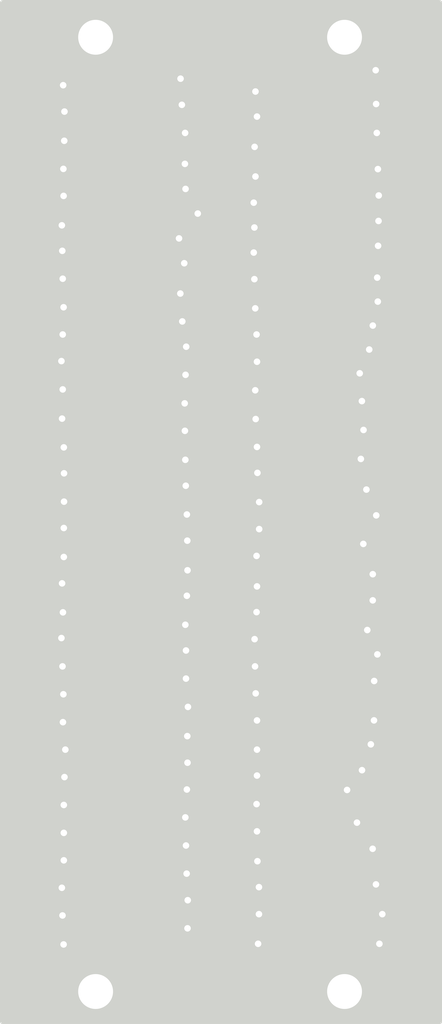
<source format=kicad_pcb>
(kicad_pcb (version 4) (host pcbnew 4.0.4-stable)

  (general
    (links 64)
    (no_connects 0)
    (area 0 0 0 0)
    (thickness 1.6)
    (drawings 1)
    (tracks 621)
    (zones 0)
    (modules 2)
    (nets 65)
  )

  (page A3)
  (layers
    (0 F.Cu signal)
    (31 B.Cu signal)
    (33 F.Adhes user)
    (35 F.Paste user)
    (37 F.SilkS user)
    (39 F.Mask user)
    (44 Edge.Cuts user)
  )

  (setup
    (last_trace_width 0.254)
    (user_trace_width 0.2)
    (trace_clearance 0.2)
    (zone_clearance 0.508)
    (zone_45_only yes)
    (trace_min 0.2)
    (segment_width 0.2)
    (edge_width 0.1)
    (via_size 0.889)
    (via_drill 0.635)
    (via_min_size 0.5)
    (via_min_drill 0.3)
    (user_via 0.5 0.3)
    (uvia_size 0.508)
    (uvia_drill 0.127)
    (uvias_allowed no)
    (uvia_min_size 0.508)
    (uvia_min_drill 0.127)
    (pcb_text_width 0.3)
    (pcb_text_size 1.5 1.5)
    (mod_edge_width 0.15)
    (mod_text_size 1 1)
    (mod_text_width 0.15)
    (pad_size 5.2 5.2)
    (pad_drill 5.1)
    (pad_to_mask_clearance 0)
    (aux_axis_origin 66 62)
    (grid_origin 66 62)
    (visible_elements 7FFFEFFF)
    (pcbplotparams
      (layerselection 0x010a8_80000001)
      (usegerberextensions true)
      (excludeedgelayer true)
      (linewidth 0.150000)
      (plotframeref false)
      (viasonmask false)
      (mode 1)
      (useauxorigin true)
      (hpglpennumber 1)
      (hpglpenspeed 20)
      (hpglpendiameter 15)
      (hpglpenoverlay 2)
      (psnegative false)
      (psa4output false)
      (plotreference true)
      (plotvalue true)
      (plotinvisibletext false)
      (padsonsilk false)
      (subtractmaskfromsilk false)
      (outputformat 1)
      (mirror false)
      (drillshape 0)
      (scaleselection 1)
      (outputdirectory Fertigungsdaten_Adpterkarte/))
  )

  (net 0 "")
  (net 1 1)
  (net 2 10)
  (net 3 11)
  (net 4 12)
  (net 5 13)
  (net 6 14)
  (net 7 15)
  (net 8 16)
  (net 9 17)
  (net 10 18)
  (net 11 19)
  (net 12 2)
  (net 13 20)
  (net 14 21)
  (net 15 22)
  (net 16 23)
  (net 17 24)
  (net 18 25)
  (net 19 26)
  (net 20 27)
  (net 21 28)
  (net 22 29)
  (net 23 3)
  (net 24 30)
  (net 25 31)
  (net 26 32)
  (net 27 33)
  (net 28 34)
  (net 29 35)
  (net 30 36)
  (net 31 37)
  (net 32 38)
  (net 33 39)
  (net 34 4)
  (net 35 40)
  (net 36 41)
  (net 37 42)
  (net 38 43)
  (net 39 44)
  (net 40 45)
  (net 41 46)
  (net 42 47)
  (net 43 48)
  (net 44 49)
  (net 45 5)
  (net 46 50)
  (net 47 51)
  (net 48 52)
  (net 49 53)
  (net 50 54)
  (net 51 55)
  (net 52 56)
  (net 53 57)
  (net 54 58)
  (net 55 59)
  (net 56 6)
  (net 57 60)
  (net 58 61)
  (net 59 62)
  (net 60 63)
  (net 61 64)
  (net 62 7)
  (net 63 8)
  (net 64 9)

  (net_class Default "Dies ist die voreingestellte Netzklasse."
    (clearance 0.2)
    (trace_width 0.254)
    (via_dia 0.889)
    (via_drill 0.635)
    (uvia_dia 0.508)
    (uvia_drill 0.127)
    (add_net 1)
    (add_net 10)
    (add_net 11)
    (add_net 12)
    (add_net 13)
    (add_net 14)
    (add_net 15)
    (add_net 16)
    (add_net 17)
    (add_net 18)
    (add_net 19)
    (add_net 2)
    (add_net 20)
    (add_net 21)
    (add_net 22)
    (add_net 23)
    (add_net 24)
    (add_net 25)
    (add_net 26)
    (add_net 27)
    (add_net 28)
    (add_net 29)
    (add_net 3)
    (add_net 30)
    (add_net 31)
    (add_net 32)
    (add_net 33)
    (add_net 34)
    (add_net 35)
    (add_net 36)
    (add_net 37)
    (add_net 38)
    (add_net 39)
    (add_net 4)
    (add_net 40)
    (add_net 41)
    (add_net 42)
    (add_net 43)
    (add_net 44)
    (add_net 45)
    (add_net 46)
    (add_net 47)
    (add_net 48)
    (add_net 49)
    (add_net 5)
    (add_net 50)
    (add_net 51)
    (add_net 52)
    (add_net 53)
    (add_net 54)
    (add_net 55)
    (add_net 56)
    (add_net 57)
    (add_net 58)
    (add_net 59)
    (add_net 6)
    (add_net 60)
    (add_net 61)
    (add_net 62)
    (add_net 63)
    (add_net 64)
    (add_net 7)
    (add_net 8)
    (add_net 9)
  )

  (module harting:Harting_64p_Stiftleiste (layer F.Cu) (tedit 581CAEB5) (tstamp 582396B5)
    (at 79.07 105.29 90)
    (path /581D1CCA)
    (fp_text reference U2 (at 18.796 3.048 90) (layer F.SilkS)
      (effects (font (size 1.5 1.5) (thickness 0.15)))
    )
    (fp_text value HARFLEX-64P (at 8.19 2.43 90) (layer F.SilkS)
      (effects (font (size 1.5 1.5) (thickness 0.15)))
    )
    (fp_line (start 43.18 -1.524) (end 43.18 7.112) (layer F.SilkS) (width 0.15))
    (fp_line (start 43.18 7.112) (end -3.556 7.112) (layer F.SilkS) (width 0.15))
    (fp_line (start -3.556 7.112) (end -3.556 -1.524) (layer F.SilkS) (width 0.15))
    (fp_line (start -3.556 -1.524) (end 43.18 -1.524) (layer F.SilkS) (width 0.15))
    (pad 1 smd rect (at 0 0 90) (size 0.8 1.1) (layers F.Cu F.Paste F.Mask)
      (net 1 1))
    (pad 2 smd rect (at 0 5.5 90) (size 0.8 1.1) (layers F.Cu F.Paste F.Mask)
      (net 12 2))
    (pad 3 smd rect (at 1.27 0 90) (size 0.8 1.1) (layers F.Cu F.Paste F.Mask)
      (net 23 3))
    (pad 4 smd rect (at 1.27 5.5 90) (size 0.8 1.1) (layers F.Cu F.Paste F.Mask)
      (net 34 4))
    (pad 5 smd rect (at 2.54 0 90) (size 0.8 1.1) (layers F.Cu F.Paste F.Mask)
      (net 45 5))
    (pad 6 smd rect (at 2.54 5.5 90) (size 0.8 1.1) (layers F.Cu F.Paste F.Mask)
      (net 56 6))
    (pad 7 smd rect (at 3.81 0 90) (size 0.8 1.1) (layers F.Cu F.Paste F.Mask)
      (net 62 7))
    (pad 8 smd rect (at 3.81 5.5 90) (size 0.8 1.1) (layers F.Cu F.Paste F.Mask)
      (net 63 8))
    (pad 9 smd rect (at 5.08 0 90) (size 0.8 1.1) (layers F.Cu F.Paste F.Mask)
      (net 64 9))
    (pad 10 smd rect (at 5.08 5.5 90) (size 0.8 1.1) (layers F.Cu F.Paste F.Mask)
      (net 2 10))
    (pad 11 smd rect (at 6.35 0 90) (size 0.8 1.1) (layers F.Cu F.Paste F.Mask)
      (net 3 11))
    (pad 12 smd rect (at 6.35 5.5 90) (size 0.8 1.1) (layers F.Cu F.Paste F.Mask)
      (net 4 12))
    (pad 13 smd rect (at 7.62 0 90) (size 0.8 1.1) (layers F.Cu F.Paste F.Mask)
      (net 5 13))
    (pad 14 smd rect (at 7.62 5.5 90) (size 0.8 1.1) (layers F.Cu F.Paste F.Mask)
      (net 6 14))
    (pad 15 smd rect (at 8.89 0 90) (size 0.8 1.1) (layers F.Cu F.Paste F.Mask)
      (net 7 15))
    (pad 16 smd rect (at 8.89 5.5 90) (size 0.8 1.1) (layers F.Cu F.Paste F.Mask)
      (net 8 16))
    (pad 17 smd rect (at 10.16 0 90) (size 0.8 1.1) (layers F.Cu F.Paste F.Mask)
      (net 9 17))
    (pad 18 smd rect (at 10.16 5.5 90) (size 0.8 1.1) (layers F.Cu F.Paste F.Mask)
      (net 10 18))
    (pad 19 smd rect (at 11.43 0 90) (size 0.8 1.1) (layers F.Cu F.Paste F.Mask)
      (net 11 19))
    (pad 20 smd rect (at 11.43 5.5 90) (size 0.8 1.1) (layers F.Cu F.Paste F.Mask)
      (net 13 20))
    (pad 21 smd rect (at 12.7 0 90) (size 0.8 1.1) (layers F.Cu F.Paste F.Mask)
      (net 14 21))
    (pad 22 smd rect (at 12.7 5.5 90) (size 0.8 1.1) (layers F.Cu F.Paste F.Mask)
      (net 15 22))
    (pad 23 smd rect (at 13.97 0 90) (size 0.8 1.1) (layers F.Cu F.Paste F.Mask)
      (net 16 23))
    (pad 24 smd rect (at 13.97 5.5 90) (size 0.8 1.1) (layers F.Cu F.Paste F.Mask)
      (net 17 24))
    (pad 25 smd rect (at 15.24 0 90) (size 0.8 1.1) (layers F.Cu F.Paste F.Mask)
      (net 18 25))
    (pad 26 smd rect (at 15.24 5.5 90) (size 0.8 1.1) (layers F.Cu F.Paste F.Mask)
      (net 19 26))
    (pad 27 smd rect (at 16.51 0 90) (size 0.8 1.1) (layers F.Cu F.Paste F.Mask)
      (net 20 27))
    (pad 28 smd rect (at 16.51 5.5 90) (size 0.8 1.1) (layers F.Cu F.Paste F.Mask)
      (net 21 28))
    (pad 29 smd rect (at 17.78 0 90) (size 0.8 1.1) (layers F.Cu F.Paste F.Mask)
      (net 22 29))
    (pad 30 smd rect (at 17.78 5.5 90) (size 0.8 1.1) (layers F.Cu F.Paste F.Mask)
      (net 24 30))
    (pad 31 smd rect (at 19.05 0 90) (size 0.8 1.1) (layers F.Cu F.Paste F.Mask)
      (net 25 31))
    (pad 32 smd rect (at 19.05 5.5 90) (size 0.8 1.1) (layers F.Cu F.Paste F.Mask)
      (net 26 32))
    (pad 33 smd rect (at 20.32 0 90) (size 0.8 1.1) (layers F.Cu F.Paste F.Mask)
      (net 27 33))
    (pad 34 smd rect (at 20.32 5.5 90) (size 0.8 1.1) (layers F.Cu F.Paste F.Mask)
      (net 28 34))
    (pad 35 smd rect (at 21.59 0 90) (size 0.8 1.1) (layers F.Cu F.Paste F.Mask)
      (net 29 35))
    (pad 36 smd rect (at 21.59 5.5 90) (size 0.8 1.1) (layers F.Cu F.Paste F.Mask)
      (net 30 36))
    (pad 37 smd rect (at 22.86 0 90) (size 0.8 1.1) (layers F.Cu F.Paste F.Mask)
      (net 31 37))
    (pad 38 smd rect (at 22.86 5.5 90) (size 0.8 1.1) (layers F.Cu F.Paste F.Mask)
      (net 32 38))
    (pad 39 smd rect (at 24.13 0 90) (size 0.8 1.1) (layers F.Cu F.Paste F.Mask)
      (net 33 39))
    (pad 40 smd rect (at 24.13 5.5 90) (size 0.8 1.1) (layers F.Cu F.Paste F.Mask)
      (net 35 40))
    (pad 41 smd rect (at 25.4 0 90) (size 0.8 1.1) (layers F.Cu F.Paste F.Mask)
      (net 36 41))
    (pad 42 smd rect (at 25.4 5.5 90) (size 0.8 1.1) (layers F.Cu F.Paste F.Mask)
      (net 37 42))
    (pad 43 smd rect (at 26.67 0 90) (size 0.8 1.1) (layers F.Cu F.Paste F.Mask)
      (net 38 43))
    (pad 44 smd rect (at 26.67 5.5 90) (size 0.8 1.1) (layers F.Cu F.Paste F.Mask)
      (net 39 44))
    (pad 45 smd rect (at 27.94 0 90) (size 0.8 1.1) (layers F.Cu F.Paste F.Mask)
      (net 40 45))
    (pad 46 smd rect (at 27.94 5.5 90) (size 0.8 1.1) (layers F.Cu F.Paste F.Mask)
      (net 41 46))
    (pad 47 smd rect (at 29.21 0 90) (size 0.8 1.1) (layers F.Cu F.Paste F.Mask)
      (net 42 47))
    (pad 48 smd rect (at 29.21 5.5 90) (size 0.8 1.1) (layers F.Cu F.Paste F.Mask)
      (net 43 48))
    (pad 49 smd rect (at 30.48 0 90) (size 0.8 1.1) (layers F.Cu F.Paste F.Mask)
      (net 44 49))
    (pad 50 smd rect (at 30.48 5.5 90) (size 0.8 1.1) (layers F.Cu F.Paste F.Mask)
      (net 46 50))
    (pad 51 smd rect (at 31.75 0 90) (size 0.8 1.1) (layers F.Cu F.Paste F.Mask)
      (net 47 51))
    (pad 52 smd rect (at 31.75 5.5 90) (size 0.8 1.1) (layers F.Cu F.Paste F.Mask)
      (net 48 52))
    (pad 53 smd rect (at 33.02 0 90) (size 0.8 1.1) (layers F.Cu F.Paste F.Mask)
      (net 49 53))
    (pad 54 smd rect (at 33.02 5.5 90) (size 0.8 1.1) (layers F.Cu F.Paste F.Mask)
      (net 50 54))
    (pad 55 smd rect (at 34.29 0 90) (size 0.8 1.1) (layers F.Cu F.Paste F.Mask)
      (net 51 55))
    (pad 56 smd rect (at 34.29 5.5 90) (size 0.8 1.1) (layers F.Cu F.Paste F.Mask)
      (net 52 56))
    (pad 57 smd rect (at 35.56 0 90) (size 0.8 1.1) (layers F.Cu F.Paste F.Mask)
      (net 53 57))
    (pad 58 smd rect (at 35.56 5.5 90) (size 0.8 1.1) (layers F.Cu F.Paste F.Mask)
      (net 54 58))
    (pad 59 smd rect (at 36.83 0 90) (size 0.8 1.1) (layers F.Cu F.Paste F.Mask)
      (net 55 59))
    (pad 60 smd rect (at 36.83 5.5 90) (size 0.8 1.1) (layers F.Cu F.Paste F.Mask)
      (net 57 60))
    (pad 61 smd rect (at 38.1 0 90) (size 0.8 1.1) (layers F.Cu F.Paste F.Mask)
      (net 58 61))
    (pad 62 smd rect (at 38.1 5.5 90) (size 0.8 1.1) (layers F.Cu F.Paste F.Mask)
      (net 59 62))
    (pad 63 smd rect (at 39.37 0 90) (size 0.8 1.1) (layers F.Cu F.Paste F.Mask)
      (net 60 63))
    (pad 64 smd rect (at 39.37 5.5 90) (size 0.8 1.1) (layers F.Cu F.Paste F.Mask)
      (net 61 64))
    (pad 65 smd rect (at 41.88 0.2 90) (size 1.2 2.5) (layers F.Cu F.Paste F.Mask))
    (pad 66 smd rect (at 41.88 5.3 90) (size 1.2 2.5) (layers F.Cu F.Paste F.Mask))
    (pad 67 smd rect (at -2.41 0.2 90) (size 1.2 2.5) (layers F.Cu F.Paste F.Mask))
    (pad 68 smd rect (at -2.41 5.3 90) (size 1.2 2.5) (layers F.Cu F.Paste F.Mask))
    (pad 72 thru_hole circle (at 41.58 2.75 90) (size 1.6 1.6) (drill 1.6) (layers *.Cu *.Mask F.SilkS))
    (pad 73 thru_hole circle (at -2.21 2.75 90) (size 1.6 1.6) (drill 1.6) (layers *.Cu *.Mask F.SilkS))
  )

  (module harting:Harting_64p_Stiftleiste (layer F.Cu) (tedit 581CAEB5) (tstamp 58239668)
    (at 67.64 105.29 90)
    (path /581CEE1F)
    (fp_text reference U1 (at 18.796 3.048 90) (layer F.SilkS)
      (effects (font (size 1.5 1.5) (thickness 0.15)))
    )
    (fp_text value HARFLEX-64P (at 8.39 3.36 90) (layer F.SilkS)
      (effects (font (size 1.5 1.5) (thickness 0.15)))
    )
    (fp_line (start 43.18 -1.524) (end 43.18 7.112) (layer F.SilkS) (width 0.15))
    (fp_line (start 43.18 7.112) (end -3.556 7.112) (layer F.SilkS) (width 0.15))
    (fp_line (start -3.556 7.112) (end -3.556 -1.524) (layer F.SilkS) (width 0.15))
    (fp_line (start -3.556 -1.524) (end 43.18 -1.524) (layer F.SilkS) (width 0.15))
    (pad 1 smd rect (at 0 0 90) (size 0.8 1.1) (layers F.Cu F.Paste F.Mask)
      (net 1 1))
    (pad 2 smd rect (at 0 5.5 90) (size 0.8 1.1) (layers F.Cu F.Paste F.Mask)
      (net 12 2))
    (pad 3 smd rect (at 1.27 0 90) (size 0.8 1.1) (layers F.Cu F.Paste F.Mask)
      (net 23 3))
    (pad 4 smd rect (at 1.27 5.5 90) (size 0.8 1.1) (layers F.Cu F.Paste F.Mask)
      (net 34 4))
    (pad 5 smd rect (at 2.54 0 90) (size 0.8 1.1) (layers F.Cu F.Paste F.Mask)
      (net 45 5))
    (pad 6 smd rect (at 2.54 5.5 90) (size 0.8 1.1) (layers F.Cu F.Paste F.Mask)
      (net 56 6))
    (pad 7 smd rect (at 3.81 0 90) (size 0.8 1.1) (layers F.Cu F.Paste F.Mask)
      (net 62 7))
    (pad 8 smd rect (at 3.81 5.5 90) (size 0.8 1.1) (layers F.Cu F.Paste F.Mask)
      (net 63 8))
    (pad 9 smd rect (at 5.08 0 90) (size 0.8 1.1) (layers F.Cu F.Paste F.Mask)
      (net 64 9))
    (pad 10 smd rect (at 5.08 5.5 90) (size 0.8 1.1) (layers F.Cu F.Paste F.Mask)
      (net 2 10))
    (pad 11 smd rect (at 6.35 0 90) (size 0.8 1.1) (layers F.Cu F.Paste F.Mask)
      (net 3 11))
    (pad 12 smd rect (at 6.35 5.5 90) (size 0.8 1.1) (layers F.Cu F.Paste F.Mask)
      (net 4 12))
    (pad 13 smd rect (at 7.62 0 90) (size 0.8 1.1) (layers F.Cu F.Paste F.Mask)
      (net 5 13))
    (pad 14 smd rect (at 7.62 5.5 90) (size 0.8 1.1) (layers F.Cu F.Paste F.Mask)
      (net 6 14))
    (pad 15 smd rect (at 8.89 0 90) (size 0.8 1.1) (layers F.Cu F.Paste F.Mask)
      (net 7 15))
    (pad 16 smd rect (at 8.89 5.5 90) (size 0.8 1.1) (layers F.Cu F.Paste F.Mask)
      (net 8 16))
    (pad 17 smd rect (at 10.16 0 90) (size 0.8 1.1) (layers F.Cu F.Paste F.Mask)
      (net 9 17))
    (pad 18 smd rect (at 10.16 5.5 90) (size 0.8 1.1) (layers F.Cu F.Paste F.Mask)
      (net 10 18))
    (pad 19 smd rect (at 11.43 0 90) (size 0.8 1.1) (layers F.Cu F.Paste F.Mask)
      (net 11 19))
    (pad 20 smd rect (at 11.43 5.5 90) (size 0.8 1.1) (layers F.Cu F.Paste F.Mask)
      (net 13 20))
    (pad 21 smd rect (at 12.7 0 90) (size 0.8 1.1) (layers F.Cu F.Paste F.Mask)
      (net 14 21))
    (pad 22 smd rect (at 12.7 5.5 90) (size 0.8 1.1) (layers F.Cu F.Paste F.Mask)
      (net 15 22))
    (pad 23 smd rect (at 13.97 0 90) (size 0.8 1.1) (layers F.Cu F.Paste F.Mask)
      (net 16 23))
    (pad 24 smd rect (at 13.97 5.5 90) (size 0.8 1.1) (layers F.Cu F.Paste F.Mask)
      (net 17 24))
    (pad 25 smd rect (at 15.24 0 90) (size 0.8 1.1) (layers F.Cu F.Paste F.Mask)
      (net 18 25))
    (pad 26 smd rect (at 15.24 5.5 90) (size 0.8 1.1) (layers F.Cu F.Paste F.Mask)
      (net 19 26))
    (pad 27 smd rect (at 16.51 0 90) (size 0.8 1.1) (layers F.Cu F.Paste F.Mask)
      (net 20 27))
    (pad 28 smd rect (at 16.51 5.5 90) (size 0.8 1.1) (layers F.Cu F.Paste F.Mask)
      (net 21 28))
    (pad 29 smd rect (at 17.78 0 90) (size 0.8 1.1) (layers F.Cu F.Paste F.Mask)
      (net 22 29))
    (pad 30 smd rect (at 17.78 5.5 90) (size 0.8 1.1) (layers F.Cu F.Paste F.Mask)
      (net 24 30))
    (pad 31 smd rect (at 19.05 0 90) (size 0.8 1.1) (layers F.Cu F.Paste F.Mask)
      (net 25 31))
    (pad 32 smd rect (at 19.05 5.5 90) (size 0.8 1.1) (layers F.Cu F.Paste F.Mask)
      (net 26 32))
    (pad 33 smd rect (at 20.32 0 90) (size 0.8 1.1) (layers F.Cu F.Paste F.Mask)
      (net 27 33))
    (pad 34 smd rect (at 20.32 5.5 90) (size 0.8 1.1) (layers F.Cu F.Paste F.Mask)
      (net 28 34))
    (pad 35 smd rect (at 21.59 0 90) (size 0.8 1.1) (layers F.Cu F.Paste F.Mask)
      (net 29 35))
    (pad 36 smd rect (at 21.59 5.5 90) (size 0.8 1.1) (layers F.Cu F.Paste F.Mask)
      (net 30 36))
    (pad 37 smd rect (at 22.86 0 90) (size 0.8 1.1) (layers F.Cu F.Paste F.Mask)
      (net 31 37))
    (pad 38 smd rect (at 22.86 5.5 90) (size 0.8 1.1) (layers F.Cu F.Paste F.Mask)
      (net 32 38))
    (pad 39 smd rect (at 24.13 0 90) (size 0.8 1.1) (layers F.Cu F.Paste F.Mask)
      (net 33 39))
    (pad 40 smd rect (at 24.13 5.5 90) (size 0.8 1.1) (layers F.Cu F.Paste F.Mask)
      (net 35 40))
    (pad 41 smd rect (at 25.4 0 90) (size 0.8 1.1) (layers F.Cu F.Paste F.Mask)
      (net 36 41))
    (pad 42 smd rect (at 25.4 5.5 90) (size 0.8 1.1) (layers F.Cu F.Paste F.Mask)
      (net 37 42))
    (pad 43 smd rect (at 26.67 0 90) (size 0.8 1.1) (layers F.Cu F.Paste F.Mask)
      (net 38 43))
    (pad 44 smd rect (at 26.67 5.5 90) (size 0.8 1.1) (layers F.Cu F.Paste F.Mask)
      (net 39 44))
    (pad 45 smd rect (at 27.94 0 90) (size 0.8 1.1) (layers F.Cu F.Paste F.Mask)
      (net 40 45))
    (pad 46 smd rect (at 27.94 5.5 90) (size 0.8 1.1) (layers F.Cu F.Paste F.Mask)
      (net 41 46))
    (pad 47 smd rect (at 29.21 0 90) (size 0.8 1.1) (layers F.Cu F.Paste F.Mask)
      (net 42 47))
    (pad 48 smd rect (at 29.21 5.5 90) (size 0.8 1.1) (layers F.Cu F.Paste F.Mask)
      (net 43 48))
    (pad 49 smd rect (at 30.48 0 90) (size 0.8 1.1) (layers F.Cu F.Paste F.Mask)
      (net 44 49))
    (pad 50 smd rect (at 30.48 5.5 90) (size 0.8 1.1) (layers F.Cu F.Paste F.Mask)
      (net 46 50))
    (pad 51 smd rect (at 31.75 0 90) (size 0.8 1.1) (layers F.Cu F.Paste F.Mask)
      (net 47 51))
    (pad 52 smd rect (at 31.75 5.5 90) (size 0.8 1.1) (layers F.Cu F.Paste F.Mask)
      (net 48 52))
    (pad 53 smd rect (at 33.02 0 90) (size 0.8 1.1) (layers F.Cu F.Paste F.Mask)
      (net 49 53))
    (pad 54 smd rect (at 33.02 5.5 90) (size 0.8 1.1) (layers F.Cu F.Paste F.Mask)
      (net 50 54))
    (pad 55 smd rect (at 34.29 0 90) (size 0.8 1.1) (layers F.Cu F.Paste F.Mask)
      (net 51 55))
    (pad 56 smd rect (at 34.29 5.5 90) (size 0.8 1.1) (layers F.Cu F.Paste F.Mask)
      (net 52 56))
    (pad 57 smd rect (at 35.56 0 90) (size 0.8 1.1) (layers F.Cu F.Paste F.Mask)
      (net 53 57))
    (pad 58 smd rect (at 35.56 5.5 90) (size 0.8 1.1) (layers F.Cu F.Paste F.Mask)
      (net 54 58))
    (pad 59 smd rect (at 36.83 0 90) (size 0.8 1.1) (layers F.Cu F.Paste F.Mask)
      (net 55 59))
    (pad 60 smd rect (at 36.83 5.5 90) (size 0.8 1.1) (layers F.Cu F.Paste F.Mask)
      (net 57 60))
    (pad 61 smd rect (at 38.1 0 90) (size 0.8 1.1) (layers F.Cu F.Paste F.Mask)
      (net 58 61))
    (pad 62 smd rect (at 38.1 5.5 90) (size 0.8 1.1) (layers F.Cu F.Paste F.Mask)
      (net 59 62))
    (pad 63 smd rect (at 39.37 0 90) (size 0.8 1.1) (layers F.Cu F.Paste F.Mask)
      (net 60 63))
    (pad 64 smd rect (at 39.37 5.5 90) (size 0.8 1.1) (layers F.Cu F.Paste F.Mask)
      (net 61 64))
    (pad 65 smd rect (at 41.88 0.2 90) (size 1.2 2.5) (layers F.Cu F.Paste F.Mask))
    (pad 66 smd rect (at 41.88 5.3 90) (size 1.2 2.5) (layers F.Cu F.Paste F.Mask))
    (pad 67 smd rect (at -2.41 0.2 90) (size 1.2 2.5) (layers F.Cu F.Paste F.Mask))
    (pad 68 smd rect (at -2.41 5.3 90) (size 1.2 2.5) (layers F.Cu F.Paste F.Mask))
    (pad 72 thru_hole circle (at 41.58 2.75 90) (size 1.6 1.6) (drill 1.6) (layers *.Cu *.Mask F.SilkS))
    (pad 73 thru_hole circle (at -2.21 2.75 90) (size 1.6 1.6) (drill 1.6) (layers *.Cu *.Mask F.SilkS))
  )

  (gr_text "Adapterkarte_2 HARFLEX AA01\n\n" (at 77 96.9 90) (layer F.Cu)
    (effects (font (size 1 1) (thickness 0.25)))
  )

  (segment (start 79.16 105.2) (end 79.07 105.29) (width 0.2) (layer F.Cu) (net 1))
  (segment (start 79.07 105.29) (end 77.87 105.29) (width 0.2) (layer F.Cu) (net 1))
  (segment (start 68.87 105.29) (end 67.64 105.29) (width 0.2) (layer F.Cu) (net 1) (tstamp 5820E68A))
  (segment (start 68.92 105.34) (end 68.87 105.29) (width 0.2) (layer F.Cu) (net 1) (tstamp 5820E689))
  (via (at 68.92 105.34) (size 0.5) (drill 0.3) (layers F.Cu B.Cu) (net 1))
  (segment (start 77.82 105.34) (end 68.92 105.34) (width 0.2) (layer B.Cu) (net 1) (tstamp 5820E687))
  (segment (start 77.85 105.31) (end 77.82 105.34) (width 0.2) (layer B.Cu) (net 1) (tstamp 5820E686))
  (via (at 77.85 105.31) (size 0.5) (drill 0.3) (layers F.Cu B.Cu) (net 1))
  (segment (start 77.87 105.29) (end 77.85 105.31) (width 0.2) (layer F.Cu) (net 1) (tstamp 5820E684))
  (segment (start 84.72 100.21) (end 84.57 100.21) (width 0.2) (layer F.Cu) (net 2))
  (segment (start 82.849657 100.21) (end 82.639646 99.999989) (width 0.2) (layer F.Cu) (net 2))
  (segment (start 84.57 100.21) (end 82.849657 100.21) (width 0.2) (layer F.Cu) (net 2))
  (via (at 82.389647 99.74999) (size 0.5) (drill 0.3) (layers F.Cu B.Cu) (net 2))
  (segment (start 82.639646 99.999989) (end 82.389647 99.74999) (width 0.2) (layer F.Cu) (net 2))
  (segment (start 82.149657 99.51) (end 82.389647 99.74999) (width 0.2) (layer B.Cu) (net 2))
  (segment (start 74.51 99.51) (end 82.149657 99.51) (width 0.2) (layer B.Cu) (net 2))
  (segment (start 73.14 100.21) (end 73.81 100.21) (width 0.2) (layer F.Cu) (net 2))
  (via (at 74.51 99.51) (size 0.5) (drill 0.3) (layers F.Cu B.Cu) (net 2))
  (segment (start 73.81 100.21) (end 74.51 99.51) (width 0.2) (layer F.Cu) (net 2) (tstamp 5820E62C))
  (segment (start 79.21 98.8) (end 79.07 98.94) (width 0.2) (layer F.Cu) (net 3))
  (segment (start 79.07 98.94) (end 77.82 98.94) (width 0.2) (layer F.Cu) (net 3))
  (segment (start 68.93 98.94) (end 67.64 98.94) (width 0.2) (layer F.Cu) (net 3) (tstamp 5820E629))
  (via (at 68.93 98.94) (size 0.5) (drill 0.3) (layers F.Cu B.Cu) (net 3))
  (segment (start 77.74 98.94) (end 68.93 98.94) (width 0.2) (layer B.Cu) (net 3) (tstamp 5820E627))
  (segment (start 77.78 98.9) (end 77.74 98.94) (width 0.2) (layer B.Cu) (net 3) (tstamp 5820E626))
  (via (at 77.78 98.9) (size 0.5) (drill 0.3) (layers F.Cu B.Cu) (net 3))
  (segment (start 77.82 98.94) (end 77.78 98.9) (width 0.2) (layer F.Cu) (net 3) (tstamp 5820E624))
  (segment (start 84.57 98.94) (end 84.72 98.94) (width 0.254) (layer F.Cu) (net 4))
  (segment (start 82.625911 98.94) (end 82.1859 98.499989) (width 0.2) (layer F.Cu) (net 4))
  (segment (start 82.1859 98.499989) (end 81.935901 98.24999) (width 0.2) (layer F.Cu) (net 4))
  (segment (start 84.57 98.94) (end 82.625911 98.94) (width 0.2) (layer F.Cu) (net 4))
  (segment (start 74.58 98.23) (end 81.915911 98.23) (width 0.2) (layer B.Cu) (net 4))
  (segment (start 81.915911 98.23) (end 81.935901 98.24999) (width 0.2) (layer B.Cu) (net 4))
  (via (at 81.935901 98.24999) (size 0.5) (drill 0.3) (layers F.Cu B.Cu) (net 4))
  (segment (start 73.14 98.94) (end 73.87 98.94) (width 0.2) (layer F.Cu) (net 4))
  (via (at 74.58 98.23) (size 0.5) (drill 0.3) (layers F.Cu B.Cu) (net 4))
  (segment (start 73.87 98.94) (end 74.58 98.23) (width 0.2) (layer F.Cu) (net 4) (tstamp 5820E61A))
  (segment (start 79.14 97.6) (end 79.07 97.67) (width 0.2) (layer F.Cu) (net 5))
  (segment (start 79.07 97.67) (end 77.88 97.67) (width 0.2) (layer F.Cu) (net 5))
  (segment (start 68.95 97.67) (end 67.64 97.67) (width 0.2) (layer F.Cu) (net 5) (tstamp 5820E617))
  (segment (start 68.96 97.66) (end 68.95 97.67) (width 0.2) (layer F.Cu) (net 5) (tstamp 5820E616))
  (via (at 68.96 97.66) (size 0.5) (drill 0.3) (layers F.Cu B.Cu) (net 5))
  (segment (start 77.73 97.66) (end 68.96 97.66) (width 0.2) (layer B.Cu) (net 5) (tstamp 5820E614))
  (segment (start 77.8 97.59) (end 77.73 97.66) (width 0.2) (layer B.Cu) (net 5) (tstamp 5820E613))
  (via (at 77.8 97.59) (size 0.5) (drill 0.3) (layers F.Cu B.Cu) (net 5))
  (segment (start 77.88 97.67) (end 77.8 97.59) (width 0.2) (layer F.Cu) (net 5) (tstamp 5820E611))
  (segment (start 84.72 97.67) (end 84.57 97.67) (width 0.254) (layer F.Cu) (net 6))
  (segment (start 82.520046 97.343129) (end 82.620874 97.343129) (width 0.2) (layer B.Cu) (net 6))
  (segment (start 82.176917 97) (end 82.520046 97.343129) (width 0.2) (layer B.Cu) (net 6))
  (segment (start 84.57 97.67) (end 82.947745 97.67) (width 0.2) (layer F.Cu) (net 6))
  (segment (start 82.870873 97.593128) (end 82.620874 97.343129) (width 0.2) (layer F.Cu) (net 6))
  (segment (start 82.947745 97.67) (end 82.870873 97.593128) (width 0.2) (layer F.Cu) (net 6))
  (segment (start 74.61 97) (end 82.176917 97) (width 0.2) (layer B.Cu) (net 6))
  (via (at 82.620874 97.343129) (size 0.5) (drill 0.3) (layers F.Cu B.Cu) (net 6))
  (segment (start 73.14 97.67) (end 73.94 97.67) (width 0.2) (layer F.Cu) (net 6))
  (via (at 74.61 97) (size 0.5) (drill 0.3) (layers F.Cu B.Cu) (net 6))
  (segment (start 73.94 97.67) (end 74.61 97) (width 0.2) (layer F.Cu) (net 6) (tstamp 5820E605))
  (segment (start 77.8 96.4) (end 78.153553 96.4) (width 0.2) (layer B.Cu) (net 7))
  (segment (start 79.17 96.3) (end 79.07 96.4) (width 0.2) (layer F.Cu) (net 7))
  (segment (start 79.07 96.4) (end 77.8 96.4) (width 0.2) (layer F.Cu) (net 7))
  (segment (start 69 96.4) (end 67.64 96.4) (width 0.2) (layer F.Cu) (net 7) (tstamp 5820E602))
  (via (at 69 96.4) (size 0.5) (drill 0.3) (layers F.Cu B.Cu) (net 7))
  (segment (start 77.8 96.4) (end 69 96.4) (width 0.2) (layer B.Cu) (net 7) (tstamp 5820E5FF))
  (via (at 77.8 96.4) (size 0.5) (drill 0.3) (layers F.Cu B.Cu) (net 7))
  (segment (start 84.72 96.4) (end 84.57 96.4) (width 0.2) (layer F.Cu) (net 8))
  (segment (start 82.830478 96.157636) (end 83.027216 96.157636) (width 0.2) (layer B.Cu) (net 8))
  (segment (start 80.205996 95.78) (end 80.235998 95.749998) (width 0.2) (layer B.Cu) (net 8))
  (segment (start 82.42284 95.749998) (end 82.830478 96.157636) (width 0.2) (layer B.Cu) (net 8))
  (segment (start 83.26958 96.4) (end 83.027216 96.157636) (width 0.2) (layer F.Cu) (net 8))
  (segment (start 84.57 96.4) (end 83.26958 96.4) (width 0.2) (layer F.Cu) (net 8))
  (segment (start 80.235998 95.749998) (end 82.42284 95.749998) (width 0.2) (layer B.Cu) (net 8))
  (segment (start 74.6 95.78) (end 80.205996 95.78) (width 0.2) (layer B.Cu) (net 8))
  (via (at 83.027216 96.157636) (size 0.5) (drill 0.3) (layers F.Cu B.Cu) (net 8))
  (segment (start 73.14 96.4) (end 73.98 96.4) (width 0.2) (layer F.Cu) (net 8))
  (via (at 74.6 95.78) (size 0.5) (drill 0.3) (layers F.Cu B.Cu) (net 8))
  (segment (start 73.98 96.4) (end 74.6 95.78) (width 0.2) (layer F.Cu) (net 8) (tstamp 5820E5F3))
  (segment (start 79.1 95.1) (end 79.07 95.13) (width 0.2) (layer F.Cu) (net 9))
  (segment (start 79.07 95.13) (end 77.87 95.13) (width 0.2) (layer F.Cu) (net 9))
  (segment (start 68.88 95.13) (end 67.64 95.13) (width 0.2) (layer F.Cu) (net 9) (tstamp 5820E5F0))
  (segment (start 68.89 95.14) (end 68.88 95.13) (width 0.2) (layer F.Cu) (net 9) (tstamp 5820E5EF))
  (via (at 68.89 95.14) (size 0.5) (drill 0.3) (layers F.Cu B.Cu) (net 9))
  (segment (start 77.72 95.14) (end 68.89 95.14) (width 0.2) (layer B.Cu) (net 9) (tstamp 5820E5ED))
  (segment (start 77.8 95.06) (end 77.72 95.14) (width 0.2) (layer B.Cu) (net 9) (tstamp 5820E5EC))
  (via (at 77.8 95.06) (size 0.5) (drill 0.3) (layers F.Cu B.Cu) (net 9))
  (segment (start 77.87 95.13) (end 77.8 95.06) (width 0.2) (layer F.Cu) (net 9) (tstamp 5820E5EA))
  (segment (start 84.72 95.13) (end 84.57 95.13) (width 0.254) (layer F.Cu) (net 10))
  (segment (start 83.244306 95.13) (end 83.17193 95.057624) (width 0.2) (layer F.Cu) (net 10))
  (segment (start 82.921931 94.807625) (end 83.17193 95.057624) (width 0.2) (layer B.Cu) (net 10))
  (segment (start 84.57 95.13) (end 83.244306 95.13) (width 0.2) (layer F.Cu) (net 10))
  (segment (start 82.554306 94.44) (end 82.921931 94.807625) (width 0.2) (layer B.Cu) (net 10))
  (segment (start 74.63 94.44) (end 82.554306 94.44) (width 0.2) (layer B.Cu) (net 10))
  (via (at 83.17193 95.057624) (size 0.5) (drill 0.3) (layers F.Cu B.Cu) (net 10))
  (segment (start 73.14 95.13) (end 73.94 95.13) (width 0.2) (layer F.Cu) (net 10))
  (via (at 74.63 94.44) (size 0.5) (drill 0.3) (layers F.Cu B.Cu) (net 10))
  (segment (start 73.94 95.13) (end 74.63 94.44) (width 0.2) (layer F.Cu) (net 10) (tstamp 5820E5E0))
  (segment (start 79.13 93.8) (end 79.07 93.86) (width 0.2) (layer F.Cu) (net 11))
  (segment (start 79.07 93.86) (end 77.78 93.86) (width 0.2) (layer F.Cu) (net 11))
  (segment (start 68.91 93.86) (end 67.64 93.86) (width 0.2) (layer F.Cu) (net 11) (tstamp 5820E5DD))
  (via (at 68.91 93.86) (size 0.5) (drill 0.3) (layers F.Cu B.Cu) (net 11))
  (segment (start 77.7 93.86) (end 68.91 93.86) (width 0.2) (layer B.Cu) (net 11) (tstamp 5820E5DB))
  (segment (start 77.74 93.82) (end 77.7 93.86) (width 0.2) (layer B.Cu) (net 11) (tstamp 5820E5DA))
  (via (at 77.74 93.82) (size 0.5) (drill 0.3) (layers F.Cu B.Cu) (net 11))
  (segment (start 77.78 93.86) (end 77.74 93.82) (width 0.2) (layer F.Cu) (net 11) (tstamp 5820E5D8))
  (segment (start 74.61 104.6) (end 82.4343 104.6) (width 0.2) (layer B.Cu) (net 12))
  (segment (start 82.894301 105.060001) (end 83.170001 105.060001) (width 0.2) (layer B.Cu) (net 12))
  (segment (start 82.4343 104.6) (end 82.894301 105.060001) (width 0.2) (layer B.Cu) (net 12))
  (segment (start 83.170001 105.060001) (end 83.42 105.31) (width 0.2) (layer B.Cu) (net 12))
  (segment (start 73.14 105.29) (end 73.92 105.29) (width 0.2) (layer F.Cu) (net 12))
  (segment (start 83.44 105.29) (end 84.57 105.29) (width 0.2) (layer F.Cu) (net 12) (tstamp 5820E681))
  (segment (start 83.42 105.31) (end 83.44 105.29) (width 0.2) (layer F.Cu) (net 12) (tstamp 5820E680))
  (via (at 83.42 105.31) (size 0.5) (drill 0.3) (layers F.Cu B.Cu) (net 12))
  (via (at 74.61 104.6) (size 0.5) (drill 0.3) (layers F.Cu B.Cu) (net 12))
  (segment (start 73.92 105.29) (end 74.61 104.6) (width 0.2) (layer F.Cu) (net 12) (tstamp 5820E67A))
  (segment (start 84.57 93.86) (end 84.72 93.86) (width 0.254) (layer F.Cu) (net 13))
  (segment (start 83.07001 93.14) (end 83.18 93.24999) (width 0.2) (layer B.Cu) (net 13))
  (segment (start 74.54 93.14) (end 83.07001 93.14) (width 0.2) (layer B.Cu) (net 13))
  (segment (start 83.429999 93.499989) (end 83.18 93.24999) (width 0.2) (layer F.Cu) (net 13))
  (segment (start 84.57 93.86) (end 83.79001 93.86) (width 0.2) (layer F.Cu) (net 13))
  (segment (start 83.79001 93.86) (end 83.429999 93.499989) (width 0.2) (layer F.Cu) (net 13))
  (via (at 83.18 93.24999) (size 0.5) (drill 0.3) (layers F.Cu B.Cu) (net 13))
  (segment (start 73.14 93.86) (end 73.82 93.86) (width 0.2) (layer F.Cu) (net 13))
  (via (at 74.54 93.14) (size 0.5) (drill 0.3) (layers F.Cu B.Cu) (net 13))
  (segment (start 73.82 93.86) (end 74.54 93.14) (width 0.2) (layer F.Cu) (net 13) (tstamp 5820E5CE))
  (segment (start 79.16 92.5) (end 79.07 92.59) (width 0.2) (layer F.Cu) (net 14))
  (segment (start 79.07 92.59) (end 77.72 92.59) (width 0.2) (layer F.Cu) (net 14))
  (segment (start 68.86 92.59) (end 67.64 92.59) (width 0.2) (layer F.Cu) (net 14) (tstamp 5820E5CB))
  (segment (start 68.87 92.58) (end 68.86 92.59) (width 0.2) (layer F.Cu) (net 14) (tstamp 5820E5CA))
  (via (at 68.87 92.58) (size 0.5) (drill 0.3) (layers F.Cu B.Cu) (net 14))
  (segment (start 77.71 92.58) (end 68.87 92.58) (width 0.2) (layer B.Cu) (net 14) (tstamp 5820E5C7))
  (via (at 77.71 92.58) (size 0.5) (drill 0.3) (layers F.Cu B.Cu) (net 14))
  (segment (start 77.72 92.59) (end 77.71 92.58) (width 0.2) (layer F.Cu) (net 14) (tstamp 5820E5C5))
  (segment (start 74.893553 91.85) (end 75.073543 92.02999) (width 0.2) (layer B.Cu) (net 15))
  (segment (start 82.973083 92.02999) (end 83.326636 92.02999) (width 0.2) (layer B.Cu) (net 15))
  (segment (start 74.54 91.85) (end 74.893553 91.85) (width 0.2) (layer B.Cu) (net 15))
  (segment (start 83.326636 92.096636) (end 83.326636 92.02999) (width 0.2) (layer F.Cu) (net 15))
  (segment (start 83.82 92.59) (end 83.326636 92.096636) (width 0.2) (layer F.Cu) (net 15))
  (segment (start 84.57 92.59) (end 83.82 92.59) (width 0.2) (layer F.Cu) (net 15))
  (segment (start 75.073543 92.02999) (end 82.973083 92.02999) (width 0.2) (layer B.Cu) (net 15))
  (via (at 83.326636 92.02999) (size 0.5) (drill 0.3) (layers F.Cu B.Cu) (net 15))
  (segment (start 73.14 92.59) (end 73.8 92.59) (width 0.2) (layer F.Cu) (net 15))
  (via (at 74.54 91.85) (size 0.5) (drill 0.3) (layers F.Cu B.Cu) (net 15))
  (segment (start 73.8 92.59) (end 74.54 91.85) (width 0.2) (layer F.Cu) (net 15) (tstamp 5820E5BB))
  (segment (start 79.19 91.2) (end 79.07 91.32) (width 0.2) (layer F.Cu) (net 16))
  (segment (start 79.07 91.32) (end 77.7 91.32) (width 0.2) (layer F.Cu) (net 16))
  (segment (start 68.78 91.32) (end 67.64 91.32) (width 0.2) (layer F.Cu) (net 16) (tstamp 5820E5B8))
  (segment (start 68.82 91.28) (end 68.78 91.32) (width 0.2) (layer F.Cu) (net 16) (tstamp 5820E5B7))
  (via (at 68.82 91.28) (size 0.5) (drill 0.3) (layers F.Cu B.Cu) (net 16))
  (segment (start 77.64 91.28) (end 68.82 91.28) (width 0.2) (layer B.Cu) (net 16) (tstamp 5820E5B5))
  (segment (start 77.69 91.33) (end 77.64 91.28) (width 0.2) (layer B.Cu) (net 16) (tstamp 5820E5B4))
  (via (at 77.69 91.33) (size 0.5) (drill 0.3) (layers F.Cu B.Cu) (net 16))
  (segment (start 77.7 91.32) (end 77.69 91.33) (width 0.2) (layer F.Cu) (net 16) (tstamp 5820E5B2))
  (segment (start 80.335998 90.649998) (end 82.602504 90.649998) (width 0.2) (layer B.Cu) (net 17))
  (segment (start 82.614259 90.661753) (end 82.864258 90.911752) (width 0.2) (layer B.Cu) (net 17))
  (segment (start 80.315996 90.67) (end 80.335998 90.649998) (width 0.2) (layer B.Cu) (net 17))
  (segment (start 74.51 90.67) (end 80.315996 90.67) (width 0.2) (layer B.Cu) (net 17))
  (segment (start 82.602504 90.649998) (end 82.614259 90.661753) (width 0.2) (layer B.Cu) (net 17))
  (segment (start 83.114257 91.161751) (end 82.864258 90.911752) (width 0.2) (layer F.Cu) (net 17))
  (segment (start 83.272506 91.32) (end 83.114257 91.161751) (width 0.2) (layer F.Cu) (net 17))
  (segment (start 84.57 91.32) (end 83.272506 91.32) (width 0.2) (layer F.Cu) (net 17))
  (via (at 82.864258 90.911752) (size 0.5) (drill 0.3) (layers F.Cu B.Cu) (net 17))
  (segment (start 73.14 91.32) (end 73.86 91.32) (width 0.2) (layer F.Cu) (net 17))
  (via (at 74.51 90.67) (size 0.5) (drill 0.3) (layers F.Cu B.Cu) (net 17))
  (segment (start 73.86 91.32) (end 74.51 90.67) (width 0.2) (layer F.Cu) (net 17) (tstamp 5820E5A8))
  (segment (start 79.07 90.05) (end 77.82 90.05) (width 0.2) (layer F.Cu) (net 18))
  (segment (start 68.84 90.05) (end 67.64 90.05) (width 0.2) (layer F.Cu) (net 18) (tstamp 5820E5A5))
  (segment (start 68.89 90.1) (end 68.84 90.05) (width 0.2) (layer F.Cu) (net 18) (tstamp 5820E5A4))
  (via (at 68.89 90.1) (size 0.5) (drill 0.3) (layers F.Cu B.Cu) (net 18))
  (segment (start 77.77 90.1) (end 68.89 90.1) (width 0.2) (layer B.Cu) (net 18) (tstamp 5820E5A2))
  (segment (start 77.78 90.09) (end 77.77 90.1) (width 0.2) (layer B.Cu) (net 18) (tstamp 5820E5A1))
  (via (at 77.78 90.09) (size 0.5) (drill 0.3) (layers F.Cu B.Cu) (net 18))
  (segment (start 77.82 90.05) (end 77.78 90.09) (width 0.2) (layer F.Cu) (net 18) (tstamp 5820E59F))
  (segment (start 82.761297 89.54999) (end 83.11485 89.54999) (width 0.2) (layer B.Cu) (net 19))
  (segment (start 82.731307 89.52) (end 82.761297 89.54999) (width 0.2) (layer B.Cu) (net 19))
  (segment (start 74.58 89.34) (end 74.933553 89.34) (width 0.2) (layer B.Cu) (net 19))
  (segment (start 83.364849 89.799989) (end 83.11485 89.54999) (width 0.2) (layer F.Cu) (net 19))
  (segment (start 75.113553 89.52) (end 82.731307 89.52) (width 0.2) (layer B.Cu) (net 19))
  (segment (start 74.933553 89.34) (end 75.113553 89.52) (width 0.2) (layer B.Cu) (net 19))
  (segment (start 83.61486 90.05) (end 83.364849 89.799989) (width 0.2) (layer F.Cu) (net 19))
  (segment (start 84.57 90.05) (end 83.61486 90.05) (width 0.2) (layer F.Cu) (net 19))
  (via (at 83.11485 89.54999) (size 0.5) (drill 0.3) (layers F.Cu B.Cu) (net 19))
  (segment (start 73.14 90.05) (end 73.87 90.05) (width 0.2) (layer F.Cu) (net 19))
  (via (at 74.58 89.34) (size 0.5) (drill 0.3) (layers F.Cu B.Cu) (net 19))
  (segment (start 73.87 90.05) (end 74.58 89.34) (width 0.2) (layer F.Cu) (net 19) (tstamp 5820E595))
  (segment (start 79.09 88.8) (end 79.07 88.78) (width 0.2) (layer F.Cu) (net 20))
  (segment (start 79.07 88.78) (end 77.93 88.78) (width 0.2) (layer F.Cu) (net 20))
  (segment (start 68.84 88.78) (end 67.64 88.78) (width 0.2) (layer F.Cu) (net 20) (tstamp 5820E592))
  (segment (start 68.85 88.77) (end 68.84 88.78) (width 0.2) (layer F.Cu) (net 20) (tstamp 5820E591))
  (via (at 68.85 88.77) (size 0.5) (drill 0.3) (layers F.Cu B.Cu) (net 20))
  (segment (start 77.66 88.77) (end 68.85 88.77) (width 0.2) (layer B.Cu) (net 20) (tstamp 5820E58F))
  (segment (start 77.8 88.91) (end 77.66 88.77) (width 0.2) (layer B.Cu) (net 20) (tstamp 5820E58E))
  (via (at 77.8 88.91) (size 0.5) (drill 0.3) (layers F.Cu B.Cu) (net 20))
  (segment (start 77.93 88.78) (end 77.8 88.91) (width 0.2) (layer F.Cu) (net 20) (tstamp 5820E58C))
  (segment (start 82.936334 88.17) (end 83.116324 88.34999) (width 0.2) (layer B.Cu) (net 21))
  (segment (start 74.61 88.17) (end 82.936334 88.17) (width 0.2) (layer B.Cu) (net 21))
  (segment (start 83.366323 88.599989) (end 83.116324 88.34999) (width 0.2) (layer F.Cu) (net 21))
  (segment (start 83.546334 88.78) (end 83.366323 88.599989) (width 0.2) (layer F.Cu) (net 21))
  (segment (start 84.57 88.78) (end 83.546334 88.78) (width 0.2) (layer F.Cu) (net 21))
  (via (at 83.116324 88.34999) (size 0.5) (drill 0.3) (layers F.Cu B.Cu) (net 21))
  (segment (start 73.14 88.78) (end 74 88.78) (width 0.2) (layer F.Cu) (net 21))
  (via (at 74.61 88.17) (size 0.5) (drill 0.3) (layers F.Cu B.Cu) (net 21))
  (segment (start 74 88.78) (end 74.61 88.17) (width 0.2) (layer F.Cu) (net 21) (tstamp 5820E581))
  (segment (start 78.133553 87.51) (end 77.78 87.51) (width 0.2) (layer B.Cu) (net 22))
  (segment (start 79.08 87.5) (end 79.07 87.51) (width 0.2) (layer F.Cu) (net 22))
  (segment (start 79.07 87.51) (end 77.78 87.51) (width 0.2) (layer F.Cu) (net 22))
  (segment (start 68.88 87.51) (end 67.64 87.51) (width 0.2) (layer F.Cu) (net 22) (tstamp 5820E57E))
  (segment (start 68.93 87.56) (end 68.88 87.51) (width 0.2) (layer F.Cu) (net 22) (tstamp 5820E57D))
  (via (at 68.93 87.56) (size 0.5) (drill 0.3) (layers F.Cu B.Cu) (net 22))
  (segment (start 77.73 87.56) (end 68.93 87.56) (width 0.2) (layer B.Cu) (net 22) (tstamp 5820E57B))
  (segment (start 77.78 87.51) (end 77.73 87.56) (width 0.2) (layer B.Cu) (net 22) (tstamp 5820E57A))
  (via (at 77.78 87.51) (size 0.5) (drill 0.3) (layers F.Cu B.Cu) (net 22))
  (segment (start 79.09 104) (end 79.07 104.02) (width 0.2) (layer F.Cu) (net 23))
  (segment (start 79.07 104.02) (end 77.96 104.02) (width 0.2) (layer F.Cu) (net 23))
  (segment (start 68.86 104.02) (end 67.64 104.02) (width 0.2) (layer F.Cu) (net 23) (tstamp 5820E677))
  (segment (start 68.87 104.01) (end 68.86 104.02) (width 0.2) (layer F.Cu) (net 23) (tstamp 5820E676))
  (via (at 68.87 104.01) (size 0.5) (drill 0.3) (layers F.Cu B.Cu) (net 23))
  (segment (start 77.83 104.01) (end 68.87 104.01) (width 0.2) (layer B.Cu) (net 23) (tstamp 5820E674))
  (segment (start 77.89 103.95) (end 77.83 104.01) (width 0.2) (layer B.Cu) (net 23) (tstamp 5820E673))
  (via (at 77.89 103.95) (size 0.5) (drill 0.3) (layers F.Cu B.Cu) (net 23))
  (segment (start 77.96 104.02) (end 77.89 103.95) (width 0.2) (layer F.Cu) (net 23) (tstamp 5820E671))
  (segment (start 82.328766 86.95999) (end 82.682319 86.95999) (width 0.2) (layer B.Cu) (net 24))
  (segment (start 75.103543 86.95999) (end 82.328766 86.95999) (width 0.2) (layer B.Cu) (net 24))
  (segment (start 74.6 86.81) (end 74.953553 86.81) (width 0.2) (layer B.Cu) (net 24))
  (segment (start 82.932318 87.209989) (end 82.682319 86.95999) (width 0.2) (layer F.Cu) (net 24))
  (segment (start 74.953553 86.81) (end 75.103543 86.95999) (width 0.2) (layer B.Cu) (net 24))
  (segment (start 83.232329 87.51) (end 82.932318 87.209989) (width 0.2) (layer F.Cu) (net 24))
  (segment (start 84.57 87.51) (end 83.232329 87.51) (width 0.2) (layer F.Cu) (net 24))
  (via (at 82.682319 86.95999) (size 0.5) (drill 0.3) (layers F.Cu B.Cu) (net 24))
  (segment (start 73.14 87.51) (end 73.9 87.51) (width 0.2) (layer F.Cu) (net 24))
  (via (at 74.6 86.81) (size 0.5) (drill 0.3) (layers F.Cu B.Cu) (net 24))
  (segment (start 73.9 87.51) (end 74.6 86.81) (width 0.2) (layer F.Cu) (net 24) (tstamp 5820E56C))
  (segment (start 79.11 86.2) (end 79.07 86.24) (width 0.2) (layer F.Cu) (net 25))
  (segment (start 79.07 86.24) (end 77.94 86.24) (width 0.2) (layer F.Cu) (net 25))
  (segment (start 68.92 86.24) (end 67.64 86.24) (width 0.2) (layer F.Cu) (net 25) (tstamp 5820E569))
  (segment (start 68.93 86.23) (end 68.92 86.24) (width 0.2) (layer F.Cu) (net 25) (tstamp 5820E568))
  (via (at 68.93 86.23) (size 0.5) (drill 0.3) (layers F.Cu B.Cu) (net 25))
  (segment (start 77.85 86.23) (end 68.93 86.23) (width 0.2) (layer B.Cu) (net 25) (tstamp 5820E566))
  (segment (start 77.9 86.28) (end 77.85 86.23) (width 0.2) (layer B.Cu) (net 25) (tstamp 5820E565))
  (via (at 77.9 86.28) (size 0.5) (drill 0.3) (layers F.Cu B.Cu) (net 25))
  (segment (start 77.94 86.24) (end 77.9 86.28) (width 0.2) (layer F.Cu) (net 25) (tstamp 5820E563))
  (segment (start 85.374 86.24) (end 84.57 86.24) (width 0.254) (layer F.Cu) (net 26))
  (segment (start 83.236133 85.61) (end 83.276123 85.64999) (width 0.2) (layer B.Cu) (net 26))
  (segment (start 83.276123 85.696123) (end 83.276123 85.64999) (width 0.2) (layer F.Cu) (net 26))
  (segment (start 83.82 86.24) (end 83.276123 85.696123) (width 0.2) (layer F.Cu) (net 26))
  (segment (start 84.57 86.24) (end 83.82 86.24) (width 0.2) (layer F.Cu) (net 26))
  (via (at 83.276123 85.64999) (size 0.5) (drill 0.3) (layers F.Cu B.Cu) (net 26))
  (segment (start 74.58 85.61) (end 83.236133 85.61) (width 0.2) (layer B.Cu) (net 26))
  (segment (start 73.14 86.24) (end 73.95 86.24) (width 0.2) (layer F.Cu) (net 26))
  (via (at 74.58 85.61) (size 0.5) (drill 0.3) (layers F.Cu B.Cu) (net 26))
  (segment (start 73.95 86.24) (end 74.58 85.61) (width 0.2) (layer F.Cu) (net 26) (tstamp 5820E558))
  (segment (start 77.88 85.02) (end 68.94 85.02) (width 0.2) (layer B.Cu) (net 27) (tstamp 5820E547))
  (segment (start 77.9 85.04) (end 77.88 85.02) (width 0.2) (layer B.Cu) (net 27) (tstamp 5820E546))
  (via (at 77.9 85.04) (size 0.5) (drill 0.3) (layers F.Cu B.Cu) (net 27))
  (segment (start 79.14 84.9) (end 79.07 84.97) (width 0.2) (layer F.Cu) (net 27))
  (segment (start 79.07 84.97) (end 77.97 84.97) (width 0.2) (layer F.Cu) (net 27))
  (segment (start 68.89 84.97) (end 67.64 84.97) (width 0.2) (layer F.Cu) (net 27) (tstamp 5820E54A))
  (segment (start 68.94 85.02) (end 68.89 84.97) (width 0.2) (layer F.Cu) (net 27) (tstamp 5820E549))
  (via (at 68.94 85.02) (size 0.5) (drill 0.3) (layers F.Cu B.Cu) (net 27))
  (segment (start 77.97 84.97) (end 77.9 85.04) (width 0.2) (layer F.Cu) (net 27) (tstamp 5820E544))
  (segment (start 82.647268 84.29) (end 82.823657 84.466389) (width 0.2) (layer B.Cu) (net 28))
  (segment (start 83.327268 84.97) (end 83.073656 84.716388) (width 0.2) (layer F.Cu) (net 28))
  (segment (start 84.57 84.97) (end 83.327268 84.97) (width 0.2) (layer F.Cu) (net 28))
  (segment (start 74.53 84.29) (end 82.647268 84.29) (width 0.2) (layer B.Cu) (net 28))
  (segment (start 83.073656 84.716388) (end 82.823657 84.466389) (width 0.2) (layer F.Cu) (net 28))
  (via (at 82.823657 84.466389) (size 0.5) (drill 0.3) (layers F.Cu B.Cu) (net 28))
  (segment (start 73.14 84.97) (end 73.85 84.97) (width 0.2) (layer F.Cu) (net 28))
  (via (at 74.53 84.29) (size 0.5) (drill 0.3) (layers F.Cu B.Cu) (net 28))
  (segment (start 73.85 84.97) (end 74.53 84.29) (width 0.2) (layer F.Cu) (net 28) (tstamp 5820E53A))
  (segment (start 79.07 83.7) (end 77.82 83.7) (width 0.2) (layer F.Cu) (net 29))
  (segment (start 68.92 83.7) (end 67.64 83.7) (width 0.2) (layer F.Cu) (net 29) (tstamp 5820E537))
  (segment (start 68.94 83.72) (end 68.92 83.7) (width 0.2) (layer F.Cu) (net 29) (tstamp 5820E536))
  (via (at 68.94 83.72) (size 0.5) (drill 0.3) (layers F.Cu B.Cu) (net 29))
  (segment (start 77.8 83.72) (end 68.94 83.72) (width 0.2) (layer B.Cu) (net 29) (tstamp 5820E534))
  (segment (start 77.82 83.7) (end 77.8 83.72) (width 0.2) (layer B.Cu) (net 29) (tstamp 5820E533))
  (via (at 77.82 83.7) (size 0.5) (drill 0.3) (layers F.Cu B.Cu) (net 29))
  (segment (start 84.57 83.7) (end 83.208619 83.7) (width 0.2) (layer F.Cu) (net 30))
  (segment (start 82.528639 83.1) (end 82.568629 83.06001) (width 0.2) (layer B.Cu) (net 30))
  (segment (start 74.51 83.1) (end 82.528639 83.1) (width 0.2) (layer B.Cu) (net 30))
  (segment (start 82.818628 83.310009) (end 82.568629 83.06001) (width 0.2) (layer F.Cu) (net 30))
  (segment (start 83.208619 83.7) (end 82.818628 83.310009) (width 0.2) (layer F.Cu) (net 30))
  (via (at 82.568629 83.06001) (size 0.5) (drill 0.3) (layers F.Cu B.Cu) (net 30))
  (segment (start 73.14 83.7) (end 73.91 83.7) (width 0.2) (layer F.Cu) (net 30))
  (via (at 74.51 83.1) (size 0.5) (drill 0.3) (layers F.Cu B.Cu) (net 30))
  (segment (start 73.91 83.7) (end 74.51 83.1) (width 0.2) (layer F.Cu) (net 30) (tstamp 5820E527))
  (segment (start 79.14 82.5) (end 79.07 82.43) (width 0.2) (layer F.Cu) (net 31))
  (segment (start 79.07 82.43) (end 77.88 82.43) (width 0.2) (layer F.Cu) (net 31))
  (segment (start 68.83 82.43) (end 67.64 82.43) (width 0.2) (layer F.Cu) (net 31) (tstamp 5820E524))
  (segment (start 68.93 82.53) (end 68.83 82.43) (width 0.2) (layer F.Cu) (net 31) (tstamp 5820E523))
  (via (at 68.93 82.53) (size 0.5) (drill 0.3) (layers F.Cu B.Cu) (net 31))
  (segment (start 77.78 82.53) (end 68.93 82.53) (width 0.2) (layer B.Cu) (net 31) (tstamp 5820E521))
  (segment (start 77.8 82.51) (end 77.78 82.53) (width 0.2) (layer B.Cu) (net 31) (tstamp 5820E520))
  (via (at 77.8 82.51) (size 0.5) (drill 0.3) (layers F.Cu B.Cu) (net 31))
  (segment (start 77.88 82.43) (end 77.8 82.51) (width 0.2) (layer F.Cu) (net 31) (tstamp 5820E51E))
  (segment (start 82.941083 81.981083) (end 82.691084 81.731084) (width 0.2) (layer F.Cu) (net 32))
  (segment (start 83.39 82.43) (end 82.941083 81.981083) (width 0.2) (layer F.Cu) (net 32))
  (segment (start 84.57 82.43) (end 83.39 82.43) (width 0.2) (layer F.Cu) (net 32))
  (segment (start 82.337531 81.731084) (end 82.691084 81.731084) (width 0.2) (layer B.Cu) (net 32))
  (segment (start 82.137531 81.931084) (end 82.337531 81.731084) (width 0.2) (layer B.Cu) (net 32))
  (segment (start 75.004637 81.931084) (end 82.137531 81.931084) (width 0.2) (layer B.Cu) (net 32))
  (segment (start 74.49 81.77) (end 74.843553 81.77) (width 0.2) (layer B.Cu) (net 32))
  (segment (start 74.843553 81.77) (end 75.004637 81.931084) (width 0.2) (layer B.Cu) (net 32))
  (via (at 82.691084 81.731084) (size 0.5) (drill 0.3) (layers F.Cu B.Cu) (net 32))
  (segment (start 73.14 82.43) (end 73.83 82.43) (width 0.2) (layer F.Cu) (net 32))
  (via (at 74.49 81.77) (size 0.5) (drill 0.3) (layers F.Cu B.Cu) (net 32))
  (segment (start 73.83 82.43) (end 74.49 81.77) (width 0.2) (layer F.Cu) (net 32) (tstamp 5820E512))
  (segment (start 79.13 81.1) (end 79.07 81.16) (width 0.2) (layer F.Cu) (net 33))
  (segment (start 79.07 81.16) (end 77.81 81.16) (width 0.2) (layer F.Cu) (net 33))
  (segment (start 68.8 81.16) (end 67.64 81.16) (width 0.2) (layer F.Cu) (net 33) (tstamp 5820E507))
  (segment (start 68.85 81.21) (end 68.8 81.16) (width 0.2) (layer F.Cu) (net 33) (tstamp 5820E506))
  (via (at 68.85 81.21) (size 0.5) (drill 0.3) (layers F.Cu B.Cu) (net 33))
  (segment (start 77.72 81.21) (end 68.85 81.21) (width 0.2) (layer B.Cu) (net 33) (tstamp 5820E504))
  (segment (start 77.74 81.23) (end 77.72 81.21) (width 0.2) (layer B.Cu) (net 33) (tstamp 5820E503))
  (via (at 77.74 81.23) (size 0.5) (drill 0.3) (layers F.Cu B.Cu) (net 33))
  (segment (start 77.81 81.16) (end 77.74 81.23) (width 0.2) (layer F.Cu) (net 33) (tstamp 5820E501))
  (via (at 83.553643 103.94999) (size 0.5) (drill 0.3) (layers F.Cu B.Cu) (net 34))
  (segment (start 82.5757 103.31) (end 83.21569 103.94999) (width 0.2) (layer B.Cu) (net 34))
  (segment (start 74.62 103.31) (end 82.5757 103.31) (width 0.2) (layer B.Cu) (net 34))
  (segment (start 83.623653 104.02) (end 83.553643 103.94999) (width 0.2) (layer F.Cu) (net 34))
  (segment (start 84.57 104.02) (end 83.623653 104.02) (width 0.2) (layer F.Cu) (net 34))
  (segment (start 83.21569 103.94999) (end 83.553643 103.94999) (width 0.2) (layer B.Cu) (net 34))
  (segment (start 84.57 104.02) (end 84.72 104.02) (width 0.254) (layer F.Cu) (net 34))
  (segment (start 73.14 104.02) (end 73.91 104.02) (width 0.2) (layer F.Cu) (net 34))
  (via (at 74.62 103.31) (size 0.5) (drill 0.3) (layers F.Cu B.Cu) (net 34))
  (segment (start 73.91 104.02) (end 74.62 103.31) (width 0.2) (layer F.Cu) (net 34) (tstamp 5820E665))
  (segment (start 82.512168 80.51) (end 82.616084 80.406084) (width 0.2) (layer B.Cu) (net 35))
  (segment (start 74.48 80.51) (end 82.512168 80.51) (width 0.2) (layer B.Cu) (net 35))
  (segment (start 82.866083 80.656083) (end 82.616084 80.406084) (width 0.2) (layer F.Cu) (net 35))
  (segment (start 83.37 81.16) (end 82.866083 80.656083) (width 0.2) (layer F.Cu) (net 35))
  (via (at 82.616084 80.406084) (size 0.5) (drill 0.3) (layers F.Cu B.Cu) (net 35))
  (segment (start 84.57 81.16) (end 83.37 81.16) (width 0.2) (layer F.Cu) (net 35))
  (segment (start 73.14 81.16) (end 73.83 81.16) (width 0.2) (layer F.Cu) (net 35))
  (via (at 74.48 80.51) (size 0.5) (drill 0.3) (layers F.Cu B.Cu) (net 35))
  (segment (start 73.83 81.16) (end 74.48 80.51) (width 0.2) (layer F.Cu) (net 35) (tstamp 5820E4F7))
  (segment (start 79.08 79.9) (end 79.07 79.89) (width 0.2) (layer F.Cu) (net 36))
  (segment (start 79.07 79.89) (end 77.74 79.89) (width 0.2) (layer F.Cu) (net 36))
  (segment (start 68.86 79.89) (end 67.64 79.89) (width 0.2) (layer F.Cu) (net 36) (tstamp 5820E4F4))
  (segment (start 68.88 79.87) (end 68.86 79.89) (width 0.2) (layer F.Cu) (net 36) (tstamp 5820E4F3))
  (via (at 68.88 79.87) (size 0.5) (drill 0.3) (layers F.Cu B.Cu) (net 36))
  (segment (start 77.68 79.87) (end 68.88 79.87) (width 0.2) (layer B.Cu) (net 36) (tstamp 5820E4F1))
  (segment (start 77.72 79.91) (end 77.68 79.87) (width 0.2) (layer B.Cu) (net 36) (tstamp 5820E4F0))
  (via (at 77.72 79.91) (size 0.5) (drill 0.3) (layers F.Cu B.Cu) (net 36))
  (segment (start 77.74 79.89) (end 77.72 79.91) (width 0.2) (layer F.Cu) (net 36) (tstamp 5820E4EE))
  (segment (start 74.52 79.2) (end 82.447172 79.2) (width 0.2) (layer B.Cu) (net 37))
  (segment (start 82.766079 79.381091) (end 82.51608 79.131092) (width 0.2) (layer F.Cu) (net 37))
  (segment (start 84.57 79.89) (end 83.274988 79.89) (width 0.2) (layer F.Cu) (net 37))
  (segment (start 83.274988 79.89) (end 82.766079 79.381091) (width 0.2) (layer F.Cu) (net 37))
  (segment (start 82.447172 79.2) (end 82.51608 79.131092) (width 0.2) (layer B.Cu) (net 37))
  (via (at 82.51608 79.131092) (size 0.5) (drill 0.3) (layers F.Cu B.Cu) (net 37))
  (segment (start 73.14 79.89) (end 73.83 79.89) (width 0.2) (layer F.Cu) (net 37))
  (via (at 74.52 79.2) (size 0.5) (drill 0.3) (layers F.Cu B.Cu) (net 37))
  (segment (start 73.83 79.89) (end 74.52 79.2) (width 0.2) (layer F.Cu) (net 37) (tstamp 5820E4E3))
  (segment (start 77.8 78.6) (end 68.85 78.6) (width 0.2) (layer B.Cu) (net 38))
  (segment (start 68.85 78.6) (end 68.82 78.57) (width 0.2) (layer B.Cu) (net 38))
  (segment (start 79.07 78.62) (end 77.82 78.62) (width 0.2) (layer F.Cu) (net 38))
  (segment (start 77.82 78.62) (end 77.8 78.6) (width 0.2) (layer F.Cu) (net 38))
  (via (at 77.8 78.6) (size 0.5) (drill 0.3) (layers F.Cu B.Cu) (net 38))
  (segment (start 79.09 78.6) (end 79.07 78.62) (width 0.2) (layer F.Cu) (net 38))
  (segment (start 68.77 78.62) (end 67.64 78.62) (width 0.2) (layer F.Cu) (net 38) (tstamp 5820E4E0))
  (segment (start 68.82 78.57) (end 68.77 78.62) (width 0.2) (layer F.Cu) (net 38) (tstamp 5820E4DF))
  (via (at 68.82 78.57) (size 0.5) (drill 0.3) (layers F.Cu B.Cu) (net 38))
  (segment (start 84.72 78.62) (end 84.57 78.62) (width 0.2) (layer F.Cu) (net 39))
  (segment (start 74.55 77.91) (end 79.037901 77.91) (width 0.2) (layer B.Cu) (net 39))
  (segment (start 83.533404 78.62) (end 83.203318 78.289914) (width 0.2) (layer F.Cu) (net 39))
  (via (at 82.953319 78.039915) (size 0.5) (drill 0.3) (layers F.Cu B.Cu) (net 39))
  (segment (start 84.57 78.62) (end 83.533404 78.62) (width 0.2) (layer F.Cu) (net 39))
  (segment (start 82.589691 78.04999) (end 82.599766 78.039915) (width 0.2) (layer B.Cu) (net 39))
  (segment (start 83.203318 78.289914) (end 82.953319 78.039915) (width 0.2) (layer F.Cu) (net 39))
  (segment (start 79.037901 77.91) (end 79.177891 78.04999) (width 0.2) (layer B.Cu) (net 39))
  (segment (start 79.177891 78.04999) (end 82.589691 78.04999) (width 0.2) (layer B.Cu) (net 39))
  (segment (start 82.599766 78.039915) (end 82.953319 78.039915) (width 0.2) (layer B.Cu) (net 39))
  (segment (start 73.14 78.62) (end 73.84 78.62) (width 0.2) (layer F.Cu) (net 39))
  (via (at 74.55 77.91) (size 0.5) (drill 0.3) (layers F.Cu B.Cu) (net 39))
  (segment (start 73.84 78.62) (end 74.55 77.91) (width 0.2) (layer F.Cu) (net 39) (tstamp 5820E4C1))
  (segment (start 79.336534 77.616534) (end 79.07 77.35) (width 0.254) (layer F.Cu) (net 40))
  (segment (start 79.07 77.35) (end 77.78 77.35) (width 0.2) (layer F.Cu) (net 40))
  (segment (start 68.88 77.35) (end 67.64 77.35) (width 0.2) (layer F.Cu) (net 40) (tstamp 5820E4BE))
  (via (at 68.88 77.35) (size 0.5) (drill 0.3) (layers F.Cu B.Cu) (net 40))
  (segment (start 77.78 77.35) (end 68.88 77.35) (width 0.2) (layer B.Cu) (net 40) (tstamp 5820E4B9))
  (via (at 77.78 77.35) (size 0.5) (drill 0.3) (layers F.Cu B.Cu) (net 40))
  (via (at 83.117873 76.939903) (size 0.5) (drill 0.3) (layers F.Cu B.Cu) (net 41))
  (segment (start 82.76432 76.939903) (end 83.117873 76.939903) (width 0.2) (layer B.Cu) (net 41))
  (segment (start 83.52797 77.35) (end 83.367872 77.189902) (width 0.2) (layer F.Cu) (net 41))
  (segment (start 80.164004 76.75) (end 80.353907 76.939903) (width 0.2) (layer B.Cu) (net 41))
  (segment (start 84.57 77.35) (end 83.52797 77.35) (width 0.2) (layer F.Cu) (net 41))
  (segment (start 83.367872 77.189902) (end 83.117873 76.939903) (width 0.2) (layer F.Cu) (net 41))
  (segment (start 74.37 76.75) (end 80.164004 76.75) (width 0.2) (layer B.Cu) (net 41))
  (segment (start 80.353907 76.939903) (end 82.76432 76.939903) (width 0.2) (layer B.Cu) (net 41))
  (segment (start 73.77 77.35) (end 73.14 77.35) (width 0.2) (layer F.Cu) (net 41) (tstamp 5820EE04))
  (segment (start 74.37 76.75) (end 73.77 77.35) (width 0.2) (layer F.Cu) (net 41) (tstamp 5820EE03))
  (via (at 74.37 76.75) (size 0.5) (drill 0.3) (layers F.Cu B.Cu) (net 41))
  (segment (start 78.073553 76.15) (end 77.72 76.15) (width 0.2) (layer B.Cu) (net 42))
  (segment (start 79.07 76.08) (end 77.79 76.08) (width 0.2) (layer F.Cu) (net 42))
  (segment (start 68.9 76.08) (end 67.64 76.08) (width 0.2) (layer F.Cu) (net 42) (tstamp 5820E4A6))
  (segment (start 68.92 76.1) (end 68.9 76.08) (width 0.2) (layer F.Cu) (net 42) (tstamp 5820E4A5))
  (via (at 68.92 76.1) (size 0.5) (drill 0.3) (layers F.Cu B.Cu) (net 42))
  (segment (start 77.67 76.1) (end 68.92 76.1) (width 0.2) (layer B.Cu) (net 42) (tstamp 5820E4A1))
  (segment (start 77.72 76.15) (end 77.67 76.1) (width 0.2) (layer B.Cu) (net 42) (tstamp 5820E4A0))
  (via (at 77.72 76.15) (size 0.5) (drill 0.3) (layers F.Cu B.Cu) (net 42))
  (segment (start 77.79 76.08) (end 77.72 76.15) (width 0.2) (layer F.Cu) (net 42) (tstamp 5820E49D))
  (segment (start 84.57 76.08) (end 83.586075 76.08) (width 0.2) (layer F.Cu) (net 43))
  (segment (start 82.992413 75.839891) (end 83.345966 75.839891) (width 0.2) (layer B.Cu) (net 43))
  (segment (start 82.940635 75.839891) (end 82.992413 75.839891) (width 0.2) (layer B.Cu) (net 43))
  (via (at 83.345966 75.839891) (size 0.5) (drill 0.3) (layers F.Cu B.Cu) (net 43))
  (segment (start 74.28 75.47) (end 82.570744 75.47) (width 0.2) (layer B.Cu) (net 43))
  (segment (start 82.570744 75.47) (end 82.940635 75.839891) (width 0.2) (layer B.Cu) (net 43))
  (segment (start 83.586075 76.08) (end 83.345966 75.839891) (width 0.2) (layer F.Cu) (net 43))
  (segment (start 73.67 76.08) (end 73.14 76.08) (width 0.2) (layer F.Cu) (net 43) (tstamp 5820EDB3))
  (segment (start 74.28 75.47) (end 73.67 76.08) (width 0.2) (layer F.Cu) (net 43) (tstamp 5820EDB2))
  (via (at 74.28 75.47) (size 0.5) (drill 0.3) (layers F.Cu B.Cu) (net 43))
  (segment (start 78.033553 74.81) (end 77.68 74.81) (width 0.2) (layer B.Cu) (net 44))
  (segment (start 79.07 74.81) (end 77.68 74.81) (width 0.2) (layer F.Cu) (net 44))
  (segment (start 68.86 74.81) (end 67.64 74.81) (width 0.2) (layer F.Cu) (net 44) (tstamp 5820E42E))
  (segment (start 68.88 74.79) (end 68.86 74.81) (width 0.2) (layer F.Cu) (net 44) (tstamp 5820E42D))
  (via (at 68.88 74.79) (size 0.5) (drill 0.3) (layers F.Cu B.Cu) (net 44))
  (segment (start 77.66 74.79) (end 68.88 74.79) (width 0.2) (layer B.Cu) (net 44) (tstamp 5820E421))
  (segment (start 77.68 74.81) (end 77.66 74.79) (width 0.2) (layer B.Cu) (net 44) (tstamp 5820E420))
  (via (at 77.68 74.81) (size 0.5) (drill 0.3) (layers F.Cu B.Cu) (net 44))
  (segment (start 79.12 102.7) (end 79.07 102.75) (width 0.2) (layer F.Cu) (net 45))
  (segment (start 79.07 102.75) (end 77.93 102.75) (width 0.2) (layer F.Cu) (net 45))
  (segment (start 68.83 102.75) (end 67.64 102.75) (width 0.2) (layer F.Cu) (net 45) (tstamp 5820E662))
  (segment (start 68.84 102.74) (end 68.83 102.75) (width 0.2) (layer F.Cu) (net 45) (tstamp 5820E661))
  (via (at 68.84 102.74) (size 0.5) (drill 0.3) (layers F.Cu B.Cu) (net 45))
  (segment (start 77.86 102.74) (end 68.84 102.74) (width 0.2) (layer B.Cu) (net 45) (tstamp 5820E65F))
  (segment (start 77.89 102.71) (end 77.86 102.74) (width 0.2) (layer B.Cu) (net 45) (tstamp 5820E65E))
  (via (at 77.89 102.71) (size 0.5) (drill 0.3) (layers F.Cu B.Cu) (net 45))
  (segment (start 77.93 102.75) (end 77.89 102.71) (width 0.2) (layer F.Cu) (net 45) (tstamp 5820E65C))
  (segment (start 82.73012 74.15) (end 83.070001 74.489881) (width 0.2) (layer B.Cu) (net 46))
  (segment (start 84.57 74.81) (end 83.39012 74.81) (width 0.2) (layer F.Cu) (net 46))
  (via (at 83.32 74.73988) (size 0.5) (drill 0.3) (layers F.Cu B.Cu) (net 46))
  (segment (start 74.46 74.08) (end 74.813553 74.08) (width 0.2) (layer B.Cu) (net 46))
  (segment (start 74.813553 74.08) (end 74.883553 74.15) (width 0.2) (layer B.Cu) (net 46))
  (segment (start 83.39012 74.81) (end 83.32 74.73988) (width 0.2) (layer F.Cu) (net 46))
  (segment (start 74.883553 74.15) (end 82.73012 74.15) (width 0.2) (layer B.Cu) (net 46))
  (segment (start 83.070001 74.489881) (end 83.32 74.73988) (width 0.2) (layer B.Cu) (net 46))
  (segment (start 73.14 74.81) (end 73.73 74.81) (width 0.2) (layer F.Cu) (net 46))
  (via (at 74.46 74.08) (size 0.5) (drill 0.3) (layers F.Cu B.Cu) (net 46))
  (segment (start 73.73 74.81) (end 74.46 74.08) (width 0.2) (layer F.Cu) (net 46) (tstamp 5820E406))
  (segment (start 79.07 73.54) (end 77.7 73.54) (width 0.2) (layer F.Cu) (net 47))
  (segment (start 77.7 73.54) (end 77.65 73.59) (width 0.2) (layer F.Cu) (net 47) (tstamp 5820E3DE))
  (via (at 77.65 73.59) (size 0.5) (drill 0.3) (layers F.Cu B.Cu) (net 47))
  (segment (start 68.83 73.54) (end 67.64 73.54) (width 0.2) (layer F.Cu) (net 47) (tstamp 5820E3F4))
  (segment (start 77.65 73.59) (end 77.57 73.51) (width 0.2) (layer B.Cu) (net 47) (tstamp 5820E3E7))
  (segment (start 77.57 73.51) (end 68.86 73.51) (width 0.2) (layer B.Cu) (net 47) (tstamp 5820E3E8))
  (via (at 68.86 73.51) (size 0.5) (drill 0.3) (layers F.Cu B.Cu) (net 47))
  (segment (start 68.86 73.51) (end 68.83 73.54) (width 0.2) (layer F.Cu) (net 47) (tstamp 5820E3F3))
  (segment (start 84.57 73.54) (end 83.62 73.54) (width 0.2) (layer F.Cu) (net 48))
  (segment (start 73.62 73.54) (end 73.14 73.54) (width 0.2) (layer F.Cu) (net 48) (tstamp 5820ED95))
  (segment (start 74.22 72.94) (end 73.62 73.54) (width 0.2) (layer F.Cu) (net 48) (tstamp 5820ED94))
  (via (at 74.22 72.94) (size 0.5) (drill 0.3) (layers F.Cu B.Cu) (net 48))
  (segment (start 74.29 73.01) (end 74.22 72.94) (width 0.2) (layer B.Cu) (net 48) (tstamp 5820ED92))
  (segment (start 78.03 73.01) (end 74.29 73.01) (width 0.2) (layer B.Cu) (net 48) (tstamp 5820ED91))
  (segment (start 78.08 72.96) (end 78.03 73.01) (width 0.2) (layer B.Cu) (net 48) (tstamp 5820ED90))
  (segment (start 82.67 72.96) (end 78.08 72.96) (width 0.2) (layer B.Cu) (net 48) (tstamp 5820ED8F))
  (segment (start 82.85 73.14) (end 82.67 72.96) (width 0.2) (layer B.Cu) (net 48) (tstamp 5820ED8E))
  (segment (start 83.22 73.14) (end 82.85 73.14) (width 0.2) (layer B.Cu) (net 48) (tstamp 5820ED8D))
  (segment (start 83.36 73.28) (end 83.22 73.14) (width 0.2) (layer B.Cu) (net 48) (tstamp 5820ED8C))
  (via (at 83.36 73.28) (size 0.5) (drill 0.3) (layers F.Cu B.Cu) (net 48))
  (segment (start 83.62 73.54) (end 83.36 73.28) (width 0.2) (layer F.Cu) (net 48) (tstamp 5820ED89))
  (segment (start 77.68 72.44) (end 77.76 72.52) (width 0.2) (layer B.Cu) (net 49))
  (segment (start 79.07 72.27) (end 77.85 72.27) (width 0.254) (layer F.Cu) (net 49))
  (segment (start 68.77 72.27) (end 67.64 72.27) (width 0.254) (layer F.Cu) (net 49) (tstamp 5820ED2D))
  (segment (start 68.84 72.34) (end 68.77 72.27) (width 0.254) (layer F.Cu) (net 49) (tstamp 5820ED2C))
  (via (at 68.84 72.34) (size 0.5) (drill 0.3) (layers F.Cu B.Cu) (net 49))
  (segment (start 68.86 72.36) (end 68.84 72.34) (width 0.254) (layer B.Cu) (net 49) (tstamp 5820ED2A))
  (segment (start 74.67 72.36) (end 68.86 72.36) (width 0.254) (layer B.Cu) (net 49) (tstamp 5820ED29))
  (segment (start 74.78 72.47) (end 74.67 72.36) (width 0.254) (layer B.Cu) (net 49) (tstamp 5820ED28))
  (segment (start 77.65 72.47) (end 74.78 72.47) (width 0.254) (layer B.Cu) (net 49) (tstamp 5820ED27))
  (segment (start 77.68 72.44) (end 77.65 72.47) (width 0.254) (layer B.Cu) (net 49) (tstamp 5820ED26))
  (via (at 77.68 72.44) (size 0.5) (drill 0.3) (layers F.Cu B.Cu) (net 49))
  (segment (start 77.85 72.27) (end 77.68 72.44) (width 0.254) (layer F.Cu) (net 49) (tstamp 5820ED24))
  (segment (start 84.57 72.27) (end 83.51 72.27) (width 0.2) (layer F.Cu) (net 50))
  (segment (start 74.61 72.27) (end 73.14 72.27) (width 0.2) (layer F.Cu) (net 50) (tstamp 5820ED5D))
  (segment (start 75.08 71.8) (end 74.61 72.27) (width 0.2) (layer F.Cu) (net 50) (tstamp 5820ED5C))
  (via (at 75.08 71.8) (size 0.5) (drill 0.3) (layers F.Cu B.Cu) (net 50))
  (segment (start 75.14 71.86) (end 75.08 71.8) (width 0.2) (layer B.Cu) (net 50) (tstamp 5820ED56))
  (segment (start 77.91 71.86) (end 75.14 71.86) (width 0.2) (layer B.Cu) (net 50) (tstamp 5820ED55))
  (segment (start 78.14 72.09) (end 77.91 71.86) (width 0.2) (layer B.Cu) (net 50) (tstamp 5820ED54))
  (segment (start 83.33 72.09) (end 78.14 72.09) (width 0.2) (layer B.Cu) (net 50) (tstamp 5820ED53))
  (segment (start 83.38 72.14) (end 83.33 72.09) (width 0.2) (layer B.Cu) (net 50) (tstamp 5820ED52))
  (via (at 83.38 72.14) (size 0.5) (drill 0.3) (layers F.Cu B.Cu) (net 50))
  (segment (start 83.51 72.27) (end 83.38 72.14) (width 0.2) (layer F.Cu) (net 50) (tstamp 5820ED50))
  (segment (start 67.64 71) (end 68.91 71) (width 0.2) (layer F.Cu) (net 51))
  (segment (start 77.95 71) (end 79.07 71) (width 0.2) (layer F.Cu) (net 51) (tstamp 581CF6FE))
  (segment (start 77.65 71.3) (end 77.95 71) (width 0.2) (layer F.Cu) (net 51) (tstamp 581CF6FD))
  (via (at 77.65 71.3) (size 0.5) (drill 0.3) (layers F.Cu B.Cu) (net 51))
  (segment (start 77.59 71.24) (end 77.65 71.3) (width 0.2) (layer B.Cu) (net 51) (tstamp 581CF6F3))
  (segment (start 69.17 71.24) (end 77.59 71.24) (width 0.2) (layer B.Cu) (net 51) (tstamp 581CF6F0))
  (segment (start 68.92 70.99) (end 69.17 71.24) (width 0.2) (layer B.Cu) (net 51) (tstamp 581CF6EF))
  (via (at 68.92 70.99) (size 0.5) (drill 0.3) (layers F.Cu B.Cu) (net 51))
  (segment (start 68.91 71) (end 68.92 70.99) (width 0.2) (layer F.Cu) (net 51) (tstamp 581CF6EA))
  (segment (start 84.57 71) (end 84.72 71) (width 0.254) (layer F.Cu) (net 52))
  (segment (start 84.57 71) (end 83.42 71) (width 0.254) (layer F.Cu) (net 52))
  (segment (start 74.19 71) (end 73.14 71) (width 0.254) (layer F.Cu) (net 52) (tstamp 5820ECD4))
  (segment (start 74.52 70.67) (end 74.19 71) (width 0.254) (layer F.Cu) (net 52) (tstamp 5820ECD3))
  (via (at 74.52 70.67) (size 0.5) (drill 0.3) (layers F.Cu B.Cu) (net 52))
  (segment (start 74.55 70.7) (end 74.52 70.67) (width 0.254) (layer B.Cu) (net 52) (tstamp 5820ECD0))
  (segment (start 78.15 70.7) (end 74.55 70.7) (width 0.254) (layer B.Cu) (net 52) (tstamp 5820ECCF))
  (segment (start 78.5 71.05) (end 78.15 70.7) (width 0.254) (layer B.Cu) (net 52) (tstamp 5820ECCE))
  (segment (start 83.31 71.05) (end 78.5 71.05) (width 0.254) (layer B.Cu) (net 52) (tstamp 5820ECCD))
  (segment (start 83.39 70.97) (end 83.31 71.05) (width 0.254) (layer B.Cu) (net 52) (tstamp 5820ECCC))
  (via (at 83.39 70.97) (size 0.5) (drill 0.3) (layers F.Cu B.Cu) (net 52))
  (segment (start 83.42 71) (end 83.39 70.97) (width 0.254) (layer F.Cu) (net 52) (tstamp 5820ECCA))
  (segment (start 79.07 69.73) (end 78.1 69.73) (width 0.2) (layer F.Cu) (net 53))
  (segment (start 68.89 69.73) (end 67.64 69.73) (width 0.2) (layer F.Cu) (net 53) (tstamp 581CF6AB))
  (segment (start 68.91 69.75) (end 68.89 69.73) (width 0.2) (layer F.Cu) (net 53) (tstamp 581CF6AA))
  (via (at 68.91 69.75) (size 0.5) (drill 0.3) (layers F.Cu B.Cu) (net 53))
  (segment (start 68.91 69.76) (end 68.91 69.75) (width 0.2) (layer B.Cu) (net 53) (tstamp 581CF6A4))
  (segment (start 69.25 70.1) (end 68.91 69.76) (width 0.2) (layer B.Cu) (net 53) (tstamp 581CF69F))
  (segment (start 77.73 70.1) (end 69.25 70.1) (width 0.2) (layer B.Cu) (net 53) (tstamp 581CF69E))
  (via (at 77.73 70.1) (size 0.5) (drill 0.3) (layers F.Cu B.Cu) (net 53))
  (segment (start 78.1 69.73) (end 77.73 70.1) (width 0.2) (layer F.Cu) (net 53) (tstamp 581CF697))
  (segment (start 79.76 69.76) (end 79.52 69.52) (width 0.2) (layer B.Cu) (net 54))
  (segment (start 79.52 69.52) (end 74.49 69.52) (width 0.2) (layer B.Cu) (net 54))
  (segment (start 83.35 69.76) (end 79.76 69.76) (width 0.2) (layer B.Cu) (net 54))
  (segment (start 84.57 69.73) (end 84.72 69.73) (width 0.254) (layer F.Cu) (net 54))
  (segment (start 73.14 69.73) (end 74.28 69.73) (width 0.2) (layer F.Cu) (net 54))
  (segment (start 83.38 69.73) (end 84.57 69.73) (width 0.2) (layer F.Cu) (net 54) (tstamp 581CF6D1))
  (segment (start 83.35 69.76) (end 83.38 69.73) (width 0.2) (layer F.Cu) (net 54) (tstamp 581CF6D0))
  (via (at 83.35 69.76) (size 0.5) (drill 0.3) (layers F.Cu B.Cu) (net 54))
  (via (at 74.49 69.52) (size 0.5) (drill 0.3) (layers F.Cu B.Cu) (net 54))
  (segment (start 74.28 69.73) (end 74.49 69.52) (width 0.2) (layer F.Cu) (net 54) (tstamp 581CF6B0))
  (segment (start 79.07 68.46) (end 78 68.46) (width 0.2) (layer F.Cu) (net 55))
  (segment (start 68.95 68.46) (end 67.64 68.46) (width 0.2) (layer F.Cu) (net 55) (tstamp 581CF688))
  (via (at 68.95 68.46) (size 0.5) (drill 0.3) (layers F.Cu B.Cu) (net 55))
  (segment (start 69.36 68.87) (end 68.95 68.46) (width 0.2) (layer B.Cu) (net 55) (tstamp 581CF684))
  (segment (start 77.56 68.87) (end 69.36 68.87) (width 0.2) (layer B.Cu) (net 55) (tstamp 581CF67D))
  (segment (start 77.69 68.74) (end 77.56 68.87) (width 0.2) (layer B.Cu) (net 55) (tstamp 581CF67C))
  (via (at 77.69 68.74) (size 0.5) (drill 0.3) (layers F.Cu B.Cu) (net 55))
  (segment (start 77.72 68.74) (end 77.69 68.74) (width 0.2) (layer F.Cu) (net 55) (tstamp 581CF679))
  (segment (start 78 68.46) (end 77.72 68.74) (width 0.2) (layer F.Cu) (net 55) (tstamp 581CF674))
  (segment (start 82.767832 102.09) (end 83.01246 102.334628) (width 0.2) (layer B.Cu) (net 56))
  (segment (start 74.57 102.09) (end 82.767832 102.09) (width 0.2) (layer B.Cu) (net 56))
  (segment (start 83.01246 102.334628) (end 83.262459 102.584627) (width 0.2) (layer B.Cu) (net 56))
  (segment (start 83.427832 102.75) (end 83.262459 102.584627) (width 0.2) (layer F.Cu) (net 56))
  (segment (start 84.57 102.75) (end 83.427832 102.75) (width 0.2) (layer F.Cu) (net 56))
  (via (at 83.262459 102.584627) (size 0.5) (drill 0.3) (layers F.Cu B.Cu) (net 56))
  (segment (start 73.14 102.75) (end 73.91 102.75) (width 0.2) (layer F.Cu) (net 56))
  (via (at 74.57 102.09) (size 0.5) (drill 0.3) (layers F.Cu B.Cu) (net 56))
  (segment (start 73.91 102.75) (end 74.57 102.09) (width 0.2) (layer F.Cu) (net 56) (tstamp 5820E651))
  (segment (start 84.57 68.46) (end 83.66 68.46) (width 0.2) (layer F.Cu) (net 57))
  (segment (start 74.14 68.46) (end 73.14 68.46) (width 0.2) (layer F.Cu) (net 57) (tstamp 58239C8D))
  (segment (start 74.5 68.1) (end 74.14 68.46) (width 0.2) (layer F.Cu) (net 57) (tstamp 58239C8C))
  (via (at 74.5 68.1) (size 0.5) (drill 0.3) (layers F.Cu B.Cu) (net 57))
  (segment (start 83.3 68.1) (end 74.5 68.1) (width 0.2) (layer B.Cu) (net 57) (tstamp 58239C88))
  (via (at 83.3 68.1) (size 0.5) (drill 0.3) (layers F.Cu B.Cu) (net 57))
  (segment (start 83.66 68.46) (end 83.3 68.1) (width 0.2) (layer F.Cu) (net 57) (tstamp 58239C85))
  (segment (start 84.72 68.46) (end 84.57 68.46) (width 0.254) (layer F.Cu) (net 57))
  (segment (start 79.07 67.19) (end 77.96 67.19) (width 0.2) (layer F.Cu) (net 58))
  (segment (start 68.89 67.19) (end 67.64 67.19) (width 0.2) (layer F.Cu) (net 58) (tstamp 581CF65B))
  (segment (start 68.96 67.12) (end 68.89 67.19) (width 0.2) (layer F.Cu) (net 58) (tstamp 581CF65A))
  (via (at 68.96 67.12) (size 0.5) (drill 0.3) (layers F.Cu B.Cu) (net 58))
  (segment (start 69.22 67.38) (end 68.96 67.12) (width 0.2) (layer B.Cu) (net 58) (tstamp 581CF657))
  (segment (start 77.77 67.38) (end 69.22 67.38) (width 0.2) (layer B.Cu) (net 58) (tstamp 581CF652))
  (segment (start 77.8 67.35) (end 77.77 67.38) (width 0.2) (layer B.Cu) (net 58) (tstamp 581CF651))
  (via (at 77.8 67.35) (size 0.5) (drill 0.3) (layers F.Cu B.Cu) (net 58))
  (segment (start 77.96 67.19) (end 77.8 67.35) (width 0.2) (layer F.Cu) (net 58) (tstamp 581CF64A))
  (segment (start 74.35 66.81) (end 74.703553 66.81) (width 0.2) (layer B.Cu) (net 59))
  (segment (start 74.740563 66.77299) (end 79.771126 66.77299) (width 0.2) (layer B.Cu) (net 59))
  (segment (start 79.771126 66.77299) (end 79.842638 66.844502) (width 0.2) (layer B.Cu) (net 59))
  (segment (start 79.842638 66.844502) (end 82.844935 66.844502) (width 0.2) (layer B.Cu) (net 59))
  (segment (start 82.844935 66.844502) (end 82.916447 66.77299) (width 0.2) (layer B.Cu) (net 59))
  (segment (start 82.916447 66.77299) (end 83.27 66.77299) (width 0.2) (layer B.Cu) (net 59))
  (segment (start 74.703553 66.81) (end 74.740563 66.77299) (width 0.2) (layer B.Cu) (net 59))
  (segment (start 84.72 67.19) (end 84.57 67.19) (width 0.254) (layer F.Cu) (net 59))
  (segment (start 83.519999 67.022989) (end 83.27 66.77299) (width 0.2) (layer F.Cu) (net 59))
  (segment (start 83.68701 67.19) (end 83.519999 67.022989) (width 0.2) (layer F.Cu) (net 59))
  (segment (start 84.57 67.19) (end 83.68701 67.19) (width 0.2) (layer F.Cu) (net 59))
  (via (at 83.27 66.77299) (size 0.5) (drill 0.3) (layers F.Cu B.Cu) (net 59))
  (segment (start 73.14 67.19) (end 73.99 67.19) (width 0.2) (layer F.Cu) (net 59))
  (via (at 74.35 66.81) (size 0.5) (drill 0.3) (layers F.Cu B.Cu) (net 59))
  (segment (start 74.35 66.83) (end 74.35 66.81) (width 0.2) (layer F.Cu) (net 59) (tstamp 581CF63B))
  (segment (start 73.99 67.19) (end 74.35 66.83) (width 0.2) (layer F.Cu) (net 59) (tstamp 581CF62E))
  (segment (start 79.19 65.8) (end 79.07 65.92) (width 0.254) (layer F.Cu) (net 60))
  (segment (start 79.07 65.92) (end 78.41 65.92) (width 0.2) (layer F.Cu) (net 60))
  (segment (start 68.89 65.92) (end 67.64 65.92) (width 0.2) (layer F.Cu) (net 60) (tstamp 581CF62B))
  (segment (start 68.9 65.91) (end 68.89 65.92) (width 0.2) (layer F.Cu) (net 60) (tstamp 581CF62A))
  (via (at 68.9 65.91) (size 0.5) (drill 0.3) (layers F.Cu B.Cu) (net 60))
  (segment (start 69.22 66.23) (end 68.9 65.91) (width 0.2) (layer B.Cu) (net 60) (tstamp 581CF627))
  (segment (start 77.7 66.23) (end 69.22 66.23) (width 0.2) (layer B.Cu) (net 60) (tstamp 581CF61D))
  (segment (start 77.73 66.2) (end 77.7 66.23) (width 0.2) (layer B.Cu) (net 60) (tstamp 581CF61C))
  (via (at 77.73 66.2) (size 0.5) (drill 0.3) (layers F.Cu B.Cu) (net 60))
  (segment (start 78.13 66.2) (end 77.73 66.2) (width 0.2) (layer F.Cu) (net 60) (tstamp 581CF617))
  (segment (start 78.41 65.92) (end 78.13 66.2) (width 0.2) (layer F.Cu) (net 60) (tstamp 581CF60B))
  (segment (start 74.927009 64.972991) (end 83.000001 64.972991) (width 0.2) (layer B.Cu) (net 61))
  (segment (start 74.29 65.61) (end 74.927009 64.972991) (width 0.2) (layer B.Cu) (net 61))
  (segment (start 83.603553 65.22299) (end 83.25 65.22299) (width 0.2) (layer F.Cu) (net 61))
  (segment (start 83.000001 64.972991) (end 83.25 65.22299) (width 0.2) (layer B.Cu) (net 61))
  (segment (start 84.57 65.92) (end 84.42 65.92) (width 0.2) (layer F.Cu) (net 61))
  (segment (start 84.42 65.92) (end 83.72299 65.22299) (width 0.2) (layer F.Cu) (net 61))
  (segment (start 83.72299 65.22299) (end 83.603553 65.22299) (width 0.2) (layer F.Cu) (net 61))
  (via (at 83.25 65.22299) (size 0.5) (drill 0.3) (layers F.Cu B.Cu) (net 61))
  (segment (start 84.57 65.92) (end 84.72 65.92) (width 0.254) (layer F.Cu) (net 61))
  (segment (start 73.14 65.92) (end 73.98 65.92) (width 0.2) (layer F.Cu) (net 61))
  (via (at 74.29 65.61) (size 0.5) (drill 0.3) (layers F.Cu B.Cu) (net 61))
  (segment (start 73.98 65.92) (end 74.29 65.61) (width 0.2) (layer F.Cu) (net 61) (tstamp 581CF5FD))
  (segment (start 79.09 101.5) (end 79.07 101.48) (width 0.2) (layer F.Cu) (net 62))
  (segment (start 79.07 101.48) (end 77.86 101.48) (width 0.2) (layer F.Cu) (net 62))
  (segment (start 68.93 101.48) (end 67.64 101.48) (width 0.2) (layer F.Cu) (net 62) (tstamp 5820E64E))
  (via (at 68.93 101.48) (size 0.5) (drill 0.3) (layers F.Cu B.Cu) (net 62))
  (segment (start 77.78 101.48) (end 68.93 101.48) (width 0.2) (layer B.Cu) (net 62) (tstamp 5820E64C))
  (segment (start 77.82 101.52) (end 77.78 101.48) (width 0.2) (layer B.Cu) (net 62) (tstamp 5820E64B))
  (via (at 77.82 101.52) (size 0.5) (drill 0.3) (layers F.Cu B.Cu) (net 62))
  (segment (start 77.86 101.48) (end 77.82 101.52) (width 0.2) (layer F.Cu) (net 62) (tstamp 5820E649))
  (segment (start 84.57 101.48) (end 84.72 101.48) (width 0.254) (layer F.Cu) (net 63))
  (segment (start 74.54 100.8) (end 82.96001 100.8) (width 0.2) (layer B.Cu) (net 63))
  (segment (start 82.96001 100.8) (end 83.11 100.94999) (width 0.2) (layer B.Cu) (net 63))
  (segment (start 84.57 101.48) (end 83.64001 101.48) (width 0.2) (layer F.Cu) (net 63))
  (segment (start 83.359999 101.199989) (end 83.11 100.94999) (width 0.2) (layer F.Cu) (net 63))
  (segment (start 83.64001 101.48) (end 83.359999 101.199989) (width 0.2) (layer F.Cu) (net 63))
  (via (at 83.11 100.94999) (size 0.5) (drill 0.3) (layers F.Cu B.Cu) (net 63))
  (segment (start 73.14 101.48) (end 73.86 101.48) (width 0.2) (layer F.Cu) (net 63))
  (via (at 74.54 100.8) (size 0.5) (drill 0.3) (layers F.Cu B.Cu) (net 63))
  (segment (start 73.86 101.48) (end 74.54 100.8) (width 0.2) (layer F.Cu) (net 63) (tstamp 5820E63F))
  (segment (start 79.08 100.2) (end 79.07 100.21) (width 0.2) (layer F.Cu) (net 64))
  (segment (start 79.07 100.21) (end 77.86 100.21) (width 0.2) (layer F.Cu) (net 64))
  (segment (start 68.92 100.21) (end 67.64 100.21) (width 0.2) (layer F.Cu) (net 64) (tstamp 5820E63C))
  (segment (start 68.93 100.22) (end 68.92 100.21) (width 0.2) (layer F.Cu) (net 64) (tstamp 5820E63B))
  (via (at 68.93 100.22) (size 0.5) (drill 0.3) (layers F.Cu B.Cu) (net 64))
  (segment (start 77.73 100.22) (end 68.93 100.22) (width 0.2) (layer B.Cu) (net 64) (tstamp 5820E639))
  (segment (start 77.8 100.15) (end 77.73 100.22) (width 0.2) (layer B.Cu) (net 64) (tstamp 5820E638))
  (via (at 77.8 100.15) (size 0.5) (drill 0.3) (layers F.Cu B.Cu) (net 64))
  (segment (start 77.86 100.21) (end 77.8 100.15) (width 0.2) (layer F.Cu) (net 64) (tstamp 5820E636))

  (zone (net 0) (net_name "") (layer Edge.Cuts) (tstamp 0) (hatch edge 0.508)
    (connect_pads (clearance 0.508))
    (min_thickness 0.254)
    (fill yes (arc_segments 16) (thermal_gap 0.508) (thermal_bridge_width 0.508))
    (polygon
      (pts
        (xy 66 62) (xy 66 109) (xy 86.3 109) (xy 86.3 62)
      )
    )
    (filled_polygon
      (pts
        (xy 86.173 108.873) (xy 66.127 108.873) (xy 66.127 62.127) (xy 86.173 62.127)
      )
    )
  )
)

</source>
